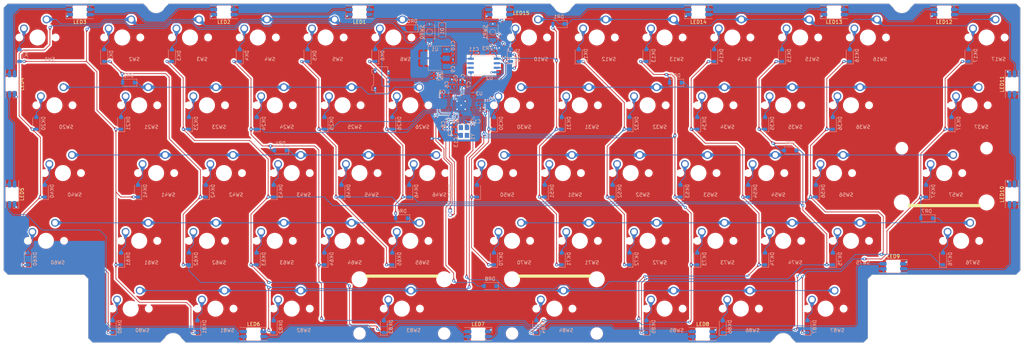
<source format=kicad_pcb>
(kicad_pcb (version 20221018) (generator pcbnew)
  (layers (0 "F.Cu" signal) (31 "B.Cu" signal) (34 "B.Paste" user) (35 "F.Paste" user) (36 "B.SilkS" user "B.Silkscreen") (37 "F.SilkS" user "F.Silkscreen") (38 "B.Mask" user) (39 "F.Mask" user) (44 "Edge.Cuts" user))
  (net 0 "")
  (net 1 "+3V3")
  (net 2 "GND")
  (net 3 "+1V1")
  (net 4 "+5V")
  (net 5 "/MCU/XIN")
  (net 6 "Net-(C13-Pad1)")
  (net 7 "/VDDLED")
  (net 8 "/P0")
  (net 9 "/P1")
  (net 10 "/P2")
  (net 11 "/P3")
  (net 12 "/P4")
  (net 13 "/P5")
  (net 14 "/P6")
  (net 15 "/P7")
  (net 16 "/P8")
  (net 17 "/MCU/USB_DN")
  (net 18 "/MCU/USB_DP")
  (net 19 "/MCU/SWC")
  (net 20 "/MCU/SWD")
  (net 21 "Net-(DK1-A)")
  (net 22 "Net-(DK2-A)")
  (net 23 "Net-(DK3-A)")
  (net 24 "Net-(DK4-A)")
  (net 25 "Net-(DK5-A)")
  (net 26 "Net-(DK6-A)")
  (net 27 "Net-(DK10-A)")
  (net 28 "Net-(DK12-A)")
  (net 29 "Net-(DK13-A)")
  (net 30 "Net-(DK14-A)")
  (net 31 "Net-(DK15-A)")
  (net 32 "Net-(DK16-A)")
  (net 33 "Net-(DK17-A)")
  (net 34 "Net-(DK20-A)")
  (net 35 "Net-(DK21-A)")
  (net 36 "Net-(DK23-A)")
  (net 37 "/LED")
  (net 38 "/MCU/MCU_DP")
  (net 39 "/MCU/MCU_DN")
  (net 40 "/MCU/QSPI_SS")
  (net 41 "/MCU/BOOTSEL")
  (net 42 "/MCU/XOUT")
  (net 43 "/MCU/RUN")
  (net 44 "/MCU/QSPI_D1")
  (net 45 "/MCU/QSPI_D2")
  (net 46 "/MCU/QSPI_D0")
  (net 47 "/MCU/QSPI_CLK")
  (net 48 "/MCU/QSPI_D3")
  (net 49 "Net-(DK24-A)")
  (net 50 "Net-(DK25-A)")
  (net 51 "Net-(DK26-A)")
  (net 52 "Net-(DK30-A)")
  (net 53 "Net-(DK31-A)")
  (net 54 "Net-(DK32-A)")
  (net 55 "Net-(DK34-A)")
  (net 56 "Net-(DK35-A)")
  (net 57 "Net-(DK36-A)")
  (net 58 "Net-(DK37-A)")
  (net 59 "Net-(DK40-A)")
  (net 60 "Net-(DK41-A)")
  (net 61 "Net-(DK42-A)")
  (net 62 "Net-(DK43-A)")
  (net 63 "Net-(DK45-A)")
  (net 64 "Net-(DK46-A)")
  (net 65 "Net-(DK50-A)")
  (net 66 "Net-(DK51-A)")
  (net 67 "Net-(DK52-A)")
  (net 68 "Net-(DK53-A)")
  (net 69 "Net-(DK54-A)")
  (net 70 "Net-(DK56-A)")
  (net 71 "Net-(DK57-A)")
  (net 72 "Net-(DK60-A)")
  (net 73 "Net-(DK61-A)")
  (net 74 "Net-(DK62-A)")
  (net 75 "Net-(DK63-A)")
  (net 76 "Net-(DK64-A)")
  (net 77 "Net-(DK65-A)")
  (net 78 "Net-(DK70-A)")
  (net 79 "Net-(DK71-A)")
  (net 80 "Net-(DK72-A)")
  (net 81 "Net-(DK73-A)")
  (net 82 "Net-(DK74-A)")
  (net 83 "Net-(DK75-A)")
  (net 84 "Net-(DK76-A)")
  (net 85 "Net-(DK80-A)")
  (net 86 "Net-(DK81-A)")
  (net 87 "Net-(DK82-A)")
  (net 88 "Net-(DK83-A)")
  (net 89 "Net-(DK84-A)")
  (net 90 "Net-(DK85-A)")
  (net 91 "Net-(DK86-A)")
  (net 92 "Net-(DK87-A)")
  (net 93 "Net-(DR0-K)")
  (net 94 "Net-(DR1-K)")
  (net 95 "Net-(DR2-K)")
  (net 96 "Net-(DR3-K)")
  (net 97 "Net-(DR4-K)")
  (net 98 "Net-(DR5-K)")
  (net 99 "Net-(DR6-K)")
  (net 100 "Net-(DR7-K)")
  (net 101 "Net-(DR8-K)")
  (net 103 "Net-(LED1-I)")
  (net 104 "Net-(LED2-I)")
  (net 105 "Net-(LED3-I)")
  (net 106 "Net-(LED4-I)")
  (net 107 "Net-(LED5-I)")
  (net 108 "Net-(LED6-I)")
  (net 109 "Net-(LED7-I)")
  (net 110 "Net-(LED8-I)")
  (net 111 "Net-(LED10-O)")
  (net 112 "Net-(LED10-I)")
  (net 113 "Net-(LED11-I)")
  (net 114 "Net-(LED12-I)")
  (net 115 "Net-(LED13-I)")
  (net 116 "Net-(LED14-I)")
  (footprint "SMKJP:SW_Cherry_MX1A_1.00u_PCB" (layer "F.Cu") (at 42.8625 19.05)
    (fp_text reference "SW23")
    (fp_text value "SW_Push_45deg" hide)
  )
  (footprint "SMKJP:SW_Cherry_MX1A_1.50u_PCB" (layer "F.Cu") (at 257.175 19.05)
    (fp_text reference "SW37")
    (fp_text value "SW_Push_45deg" hide)
  )
  (footprint "SMKJP:SW_Cherry_MX1A_1.00u_PCB" (layer "F.Cu") (at 219.075 38.1)
    (fp_text reference "SW56")
    (fp_text value "SW_Push_45deg" hide)
  )
  (footprint "SMKJP:SW_Cherry_MX1A_1.00u_PCB" (layer "F.Cu") (at 85.725 38.1)
    (fp_text reference "SW45")
    (fp_text value "SW_Push_45deg" hide)
  )
  (footprint "SMKJP:SW_Cherry_MX1A_1.00u_PCB" (layer "F.Cu") (at 38.1 0)
    (fp_text reference "SW3")
    (fp_text value "SW_Push_45deg" hide)
  )
  (footprint "SMKJP:SW_Cherry_MX1A_2.25u_PCB" (layer "F.Cu") (at 250.03125 38.1)
    (fp_text reference "SW57")
    (fp_text value "SW_Push_45deg" hide)
  )
  (footprint "SMKJP:SW_Cherry_MX1A_1.00u_PCB" (layer "F.Cu") (at 42.8625 57.15)
    (fp_text reference "SW62")
    (fp_text value "SW_Push_45deg" hide)
  )
  (footprint "SMKJP:SW_Cherry_MX1A_1.25u_PCB" (layer "F.Cu") (at 45.24375 76.2)
    (fp_text reference "SW81")
    (fp_text value "SW_Push_45deg" hide)
  )
  (footprint "SMKJP:SW_Cherry_MX1A_1.00u_PCB" (layer "F.Cu") (at 228.6 0)
    (fp_text reference "SW16")
    (fp_text value "SW_Push_45deg" hide)
  )
  (footprint "SMKJP:SW_Cherry_MX1A_1.00u_PCB" (layer "F.Cu") (at 128.5875 19.05)
    (fp_text reference "SW30")
    (fp_text value "SW_Push_45deg" hide)
  )
  (footprint "SMKJP:SW_Cherry_MX1A_1.00u_PCB" (layer "F.Cu") (at 171.45 76.2)
    (fp_text reference "SW85")
    (fp_text value "SW_Push_45deg" hide)
  )
  (footprint "SMKJP:SW_Cherry_MX1A_1.00u_PCB" (layer "F.Cu") (at 171.45 0)
    (fp_text reference "SW13")
    (fp_text value "SW_Push_45deg" hide)
  )
  (footprint "SMKJP:SW_Cherry_MX1A_1.00u_PCB" (layer "F.Cu") (at 128.5875 57.15)
    (fp_text reference "SW70")
    (fp_text value "SW_Push_45deg" hide)
  )
  (footprint "keyswitches:Stabilizer_MX_2u" (layer "F.Cu") (at 97.63125 76.2 180)
    (fp_text reference "REF**" hide)
    (fp_text value "Stabilizer_MX_2u" hide)
  )
  (footprint "SMKJP:SW_Cherry_MX1A_1.00u_PCB" (layer "F.Cu") (at 185.7375 57.15)
    (fp_text reference "SW73")
    (fp_text value "SW_Push_45deg" hide)
  )
  (footprint "SMKJP:SW_Cherry_MX1A_1.00u_PCB" (layer "F.Cu") (at 190.5 0)
    (fp_text reference "SW14")
    (fp_text value "SW_Push_45deg" hide)
  )
  (footprint "SMKJP:SW_Cherry_MX1A_1.00u_PCB" (layer "F.Cu") (at 223.8375 19.05)
    (fp_text reference "SW36")
    (fp_text value "SW_Push_45deg" hide)
  )
  (footprint "SMKJP:SW_Cherry_MX1A_1.00u_PCB" (layer "F.Cu") (at 223.8375 57.15)
    (fp_text reference "SW75")
    (fp_text value "SW_Push_45deg" hide)
  )
  (footprint "SMKJP:SW_Cherry_MX1A_1.00u_PCB" (layer "F.Cu") (at 166.6875 19.05)
    (fp_text reference "SW32")
    (fp_text value "SW_Push_45deg" hide)
  )
  (footprint "SMKJP:SW_Cherry_MX1A_1.00u_PCB" (layer "F.Cu") (at 185.7375 19.05)
    (fp_text reference "SW34")
    (fp_text value "SW_Push_45deg" hide)
  )
  (footprint "SMKJP:SW_Cherry_MX1A_1.00u_PCB" (layer "F.Cu") (at 147.6375 57.15)
    (fp_text reference "SW71")
    (fp_text value "SW_Push_45deg" hide)
  )
  (footprint "SMKJP:SW_Cherry_MX1A_1.00u_PCB" (layer "F.Cu") (at -4.7625 0)
    (fp_text reference "SW1")
    (fp_text value "SW_Push_45deg" hide)
  )
  (footprint "SMKJP:SW_Cherry_MX1A_1.00u_PCB" (layer "F.Cu") (at 166.6875 57.15)
    (fp_text reference "SW72")
    (fp_text value "SW_Push_45deg" hide)
  )
  (footprint "SMKJP:SW_Cherry_MX1A_1.00u_PCB" (layer "F.Cu") (at 66.675 76.2)
    (fp_text reference "SW82")
    (fp_text value "SW_Push_45deg" hide)
  )
  (footprint "keyswitches:Stabilizer_MX_2u" (layer "F.Cu") (at 250.03125 38.1)
    (fp_text reference "REF**" hide)
    (fp_text value "Stabilizer_MX_2u" hide)
  )
  (footprint "SMKJP:SW_Cherry_MX1A_1.00u_PCB" (layer "F.Cu") (at 47.625 38.1)
    (fp_text reference "SW42")
    (fp_text value "SW_Push_45deg" hide)
  )
  (footprint "SMKJP:SW_Cherry_MX1A_1.25u_PCB" (layer "F.Cu") (at 216.69375 76.2)
    (fp_text reference "SW87")
    (fp_text value "SW_Push_45deg" hide)
  )
  (footprint "SMKJP:SW_Cherry_MX1A_1.00u_PCB" (layer "F.Cu") (at 61.9125 57.15)
    (fp_text reference "SW63")
    (fp_text value "SW_Push_45deg" hide)
  )
  (footprint "SMKJP:SW_Cherry_MX1A_1.00u_PCB" (layer "F.Cu") (at 104.775 38.1)
    (fp_text reference "SW46")
    (fp_text value "SW_Push_45deg" hide)
  )
  (footprint "SMKJP:SW_Cherry_MX1A_1.00u_PCB" (layer "F.Cu") (at 28.575 38.1)
    (fp_text reference "SW41")
    (fp_text value "SW_Push_45deg" hide)
  )
  (footprint "SMKJP:SW_Cherry_MX1A_1.00u_PCB" (layer "F.Cu") (at 152.4 0)
    (fp_text reference "SW12")
    (fp_text value "SW_Push_45deg" hide)
  )
  (footprint "SMKJP:SW_Cherry_MX1A_1.00u_PCB" (layer "F.Cu") (at 200.025 38.1)
    (fp_text reference "SW54")
    (fp_text value "SW_Push_45deg" hide)
  )
  (footprint "keyswitches:Stabilizer_MX_2u" (layer "F.Cu") (at 140.49375 76.2 180)
    (fp_text reference "REF**" hide)
    (fp_text value "Stabilizer_MX_2u" hide)
  )
  (footprint "SMKJP:SW_Cherry_MX1A_1.00u_PCB" (layer "F.Cu") (at 61.9125 19.05)
    (fp_text reference "SW24")
    (fp_text value "SW_Push_45deg" hide)
  )
  (footprint "SMKJP:SW_Cherry_MX1A_1.00u_PCB" (layer "F.Cu") (at 100.0125 57.15)
    (fp_text reference "SW65")
    (fp_text value "SW_Push_45deg" hide)
  )
  (footprint "SMKJP:SW_Cherry_MX1A_1.00u_PCB" (layer "F.Cu") (at 142.875 38.1)
    (fp_text reference "SW51")
    (fp_text value "SW_Push_45deg" hide)
  )
  (footprint "SMKJP:SW_Cherry_MX1A_1.00u_PCB" (layer "F.Cu") (at 19.05 0)
    (fp_text reference "SW2")
    (fp_text value "SW_Push_45deg" hide)
  )
  (footprint "SMKJP:SW_Cherry_MX1A_1.00u_PCB" (layer "F.Cu") (at 261.9375 0)
    (fp_text reference "SW17")
    (fp_text value "SW_Push_45deg" hide)
  )
  (footprint "SMKJP:SW_Cherry_MX1A_2.25u_PCB" (layer "F.Cu") (at 140.49375 76.2)
    (fp_text reference "SW84")
    (fp_text value "SW_Push_45deg" hide)
  )
  (footprint "SMKJP:SW_Cherry_MX1A_1.00u_PCB" (layer "F.Cu") (at 66.675 38.1)
    (fp_text reference "SW43")
    (fp_text value "SW_Push_45deg" hide)
  )
  (footprint "SMKJP:SW_Cherry_MX1A_1.25u_PCB" (layer "F.Cu") (at 192.88125 76.2)
    (fp_text reference "SW86")
    (fp_text value "SW_Push_45deg" hide)
  )
  (footprint "SMKJP:SW_Cherry_MX1A_1.00u_PCB" (layer "F.Cu") (at 100.0125 19.05)
    (fp_text reference "SW26")
    (fp_text value "SW_Push_45deg" hide)
  )
  (footprint "SMKJP:SW_Cherry_MX1A_1.00u_PCB" (layer "F.Cu") (at 23.8125 57.15)
    (fp_text reference "SW61")
    (fp_text value "SW_Push_45deg" hide)
  )
  (footprint "SMKJP:SW_Cherry_MX1A_1.00u_PCB" (layer "F.Cu") (at 161.925 38.1)
    (fp_text reference "SW52")
    (fp_text value "SW_Push_45deg" hide)
  )
  (footprint "SMKJP:SW_Cherry_MX1A_1.00u_PCB" (layer "F.Cu") (at 80.9625 19.05)
    (fp_text reference "SW25")
    (fp_text value "SW_Push_45deg" hide)
  )
  (footprint "SMKJP:SW_Cherry_MX1A_1.00u_PCB" (layer "F.Cu") (at 57.15 0)
    (fp_text reference "SW4")
    (fp_text value "SW_Push_45deg" hide)
  )
  (footprint "SMKJP:SW_Cherry_MX1A_1.00u_PCB" (layer "F.Cu") (at 23.8125 19.05)
    (fp_text reference "SW21")
    (fp_text value "SW_Push_45deg" hide)
  )
  (footprint "SMKJP:SW_Cherry_MX1A_1.25u_PCB" (layer "F.Cu") (at -2.38125 57.15)
    (fp_text reference "SW60")
    (fp_text value "SW_Push_45deg" hide)
  )
  (footprint "SMKJP:SW_Cherry_MX1A_1.00u_PCB" (layer "F.Cu") (at 95.25 0)
    (fp_text reference "SW6")
    (fp_text value "SW_Push_45deg" hide)
  )
  (footprint "SMKJP:SW_Cherry_MX1A_1.50u_PCB" (layer "F.Cu") (at 0 19.05)
    (fp_text reference "SW20")
    (fp_text value "SW_Push_45deg" hide)
  )
  (footprint "SMKJP:SW_Cherry_MX1A_1.75u_PCB" (layer "F.Cu") (at 2.38125 38.1)
    (fp_text reference "SW40")
    (fp_text value "SW_Push_45deg" hide)
  )
  (footprint "SMKJP:SW_Cherry_MX1A_1.00u_PCB" (layer "F.Cu") (at 123.825 38.1)
    (fp_text reference "SW50")
    (fp_text value "SW_Push_45deg" hide)
  )
  (footprint "SMKJP:SW_Cherry_MX1A_1.00u_PCB" (layer "F.Cu") (at 76.2 0)
    (fp_text reference "SW5")
    (fp_text value "SW_Push_45deg" hide)
  )
  (footprint "SMKJP:SW_Cherry_MX1A_1.00u_PCB" (layer "F.Cu") (at 204.7875 57.15)
    (fp_text reference "SW74")
    (fp_text value "SW_Push_45deg" hide)
  )
  (footprint "SMKJP:SW_Cherry_MX1A_1.75u_PCB" (layer "F.Cu") (at 254.79375 57.15)
    (fp_text reference "SW76")
    (fp_text value "SW_Push_45deg" hide)
  )
  (footprint "SMKJP:SW_Cherry_MX1A_1.00u_PCB" (layer "F.Cu") (at 180.975 38.1)
    (fp_text reference "SW53")
    (fp_text value "SW_Push_45deg" hide)
  )
  (footprint "SMKJP:SW_Cherry_MX1A_1.00u_PCB" (layer "F.Cu") (at 204.7875 19.05)
    (fp_text reference "SW35")
    (fp_text value "SW_Push_45deg" hide)
  )
  (footprint "SMKJP:SW_Cherry_MX1A_1.25u_PCB" (layer "F.Cu") (at 21.43125 76.2)
    (fp_text reference "SW80")
    (fp_text value "SW_Push_45deg" hide)
  )
  (footprint "SMKJP:SW_Cherry_MX1A_2.25u_PCB" (layer "F.Cu") (at 97.63125 76.2)
    (fp_text reference "SW83")
    (fp_text value "SW_Push_45deg" hide)
  )
  (footprint "SMKJP:SW_Cherry_MX1A_1.00u_PCB" (layer "F.Cu") (at 133.35 0)
    (fp_text reference "SW10")
    (fp_text value "SW_Push_45deg" hide)
  )
  (footprint "SMKJP:SW_Cherry_MX1A_1.00u_PCB" (layer "F.Cu") (at 147.6375 19.05)
    (fp_text reference "SW31")
    (fp_text value "SW_Push_45deg" hide)
  )
  (footprint "SMKJP:SW_Cherry_MX1A_1.00u_PCB" (layer "F.Cu") (at 80.9625 57.15)
    (fp_text reference "SW64")
    (fp_text value "SW_Push_45deg" hide)
  )
  (footprint "SMKJP:SW_Cherry_MX1A_1.00u_PCB" (layer "F.Cu") (at 209.55 0)
    (fp_text reference "SW15")
    (fp_text value "SW_Push_45deg" hide)
  )
  (footprint "Diode_SMD:D_SOD-123" (layer "B.Cu") (at 123.507499 24.13 90)
    (fp_text reference "DK30")
    (fp_text value "D_Small")
  )
  (footprint "kbd:YS-SK6812MINI-E_rev" (layer "B.Cu") (at 269.08125 13.096875 90)
    (fp_text reference "LED11")
    (fp_text value "YS-SK6812MINI-E-Small")
  )
  (footprint "Diode_SMD:D_SOD-123" (layer "B.Cu") (at 71.12 5.08 90)
    (fp_text reference "DK5")
    (fp_text value "D_Small")
  )
  (footprint "Diode_SMD:D_SOD-123" (layer "B.Cu") (at 161.6075 24.13 90)
    (fp_text reference "DK32")
    (fp_text value "D_Small")
  )
  (footprint "Diode_SMD:D_SOD-123" (layer "B.Cu") (at 245.11 50.8 180)
    (fp_text reference "DR7")
    (fp_text value "D_Small")
  )
  (footprint "Diode_SMD:D_SOD-123" (layer "B.Cu") (at 135.41375 81.28 90)
    (fp_text reference "DK84")
    (fp_text value "D_Small")
  )
  (footprint "Diode_SMD:D_SOD-123" (layer "B.Cu") (at -7.46125 62.23 90)
    (fp_text reference "DK60")
    (fp_text value "D_Small")
  )
  (footprint "Diode_SMD:D_SOD-123" (layer "B.Cu") (at 211.613749 81.28 90)
    (fp_text reference "DK87")
    (fp_text value "D_Small")
  )
  (footprint "Diode_SMD:D_SOD-123" (layer "B.Cu") (at 142.5575 62.23 90)
    (fp_text reference "DK71")
    (fp_text value "D_Small")
  )
  (footprint "Diode_SMD:D_SOD-123" (layer "B.Cu") (at 256.8575 5.08 90)
    (fp_text reference "DK17")
    (fp_text value "D_Small")
  )
  (footprint "Diode_SMD:D_SOD-123" (layer "B.Cu") (at 180.6575 24.13 90)
    (fp_text reference "DK34")
    (fp_text value "D_Small")
  )
  (footprint "Diode_SMD:D_SOD-123" (layer "B.Cu") (at 137.795 43.18 90)
    (fp_text reference "DK51")
    (fp_text value "D_Small")
  )
  (footprint "Diode_SMD:D_SOD-123" (layer "B.Cu") (at 218.7575 62.23 90)
    (fp_text reference "DK75")
    (fp_text value "D_Small")
  )
  (footprint "Diode_SMD:D_SOD-123" (layer "B.Cu") (at -5.08 24.13 90)
    (fp_text reference "DK20")
    (fp_text value "D_Small")
  )
  (footprint "Diode_SMD:D_SOD-123" (layer "B.Cu") (at 40.16375 81.28 90)
    (fp_text reference "DK81")
    (fp_text value "D_Small")
  )
  (footprint "Package_SO:SOIC-8_5.23x5.23mm_P1.27mm" (layer "B.Cu") (at 120.65 7.874 180)
    (fp_text reference "U2")
    (fp_text value "W25Q128JVS")
  )
  (footprint "Diode_SMD:D_SOD-123" (layer "B.Cu") (at 194.945 43.18 90)
    (fp_text reference "DK54")
    (fp_text value "D_Small")
  )
  (footprint "Diode_SMD:D_SOD-123" (layer "B.Cu") (at 249.71375 62.23 90)
    (fp_text reference "DK76")
    (fp_text value "D_Small")
  )
  (footprint "Diode_SMD:D_SOD-123" (layer "B.Cu") (at 13.97 5.08 90)
    (fp_text reference "DK2")
    (fp_text value "D_Small")
  )
  (footprint "Diode_SMD:D_SOD-123" (layer "B.Cu") (at 142.5575 24.13 90)
    (fp_text reference "DK31")
    (fp_text value "D_Small")
  )
  (footprint "kbd:YS-SK6812MINI-E_rev" (layer "B.Cu") (at 47.625 -7.14375 180)
    (fp_text reference "LED2")
    (fp_text value "YS-SK6812MINI-E-Small")
  )
  (footprint "kbd:YS-SK6812MINI-E_rev" (layer "B.Cu") (at 7.14375 -7.14375 180)
    (fp_text reference "LED3")
    (fp_text value "YS-SK6812MINI-E-Small")
  )
  (footprint "Capacitor_SMD:C_0402_1005Metric" (layer "B.Cu") (at 120.142 19.05)
    (fp_text reference "C1")
    (fp_text value "0.1u")
  )
  (footprint "Diode_SMD:D_SOD-123" (layer "B.Cu") (at 56.8325 62.23 90)
    (fp_text reference "DK63")
    (fp_text value "D_Small")
  )
  (footprint "Diode_SMD:D_SOD-123" (layer "B.Cu") (at 244.95125 43.18 90)
    (fp_text reference "DK57")
    (fp_text value "D_Small")
  )
  (footprint "kbd:YS-SK6812MINI-E_rev" (layer "B.Cu") (at 250.03125 -7.14375 180)
    (fp_text reference "LED12")
    (fp_text value "YS-SK6812MINI-E-Small")
  )
  (footprint "Package_TO_SOT_SMD:SOT-223-3_TabPin2" (layer "B.Cu") (at 106.934 5.842 180)
    (fp_text reference "U1")
    (fp_text value "AMS1117")
  )
  (footprint "kbd:YS-SK6812MINI-E_rev" (layer "B.Cu") (at 219.075 -7.14375 180)
    (fp_text reference "LED13")
    (fp_text value "YS-SK6812MINI-E-Small")
  )
  (footprint "kbd:YS-SK6812MINI-E_rev" (layer "B.Cu") (at 119.0625 83.34375)
    (fp_text reference "LED7")
    (fp_text value "YS-SK6812MINI-E-Small")
  )
  (footprint "Diode_SMD:D_SOD-123" (layer "B.Cu") (at 99.695 43.18 90)
    (fp_text reference "DK46")
    (fp_text value "D_Small")
  )
  (footprint "ADeL_kbd:TS-1088R-02026" (layer "B.Cu") (at 123.19 -1.524 -90)
    (fp_text reference "SWR1")
    (fp_text value "SW_Push")
  )
  (footprint "Diode_SMD:D_SOD-123" (layer "B.Cu") (at 99.822 -2.54 180)
    (fp_text reference "DR0")
    (fp_text value "D_Small")
  )
  (footprint "Diode_SMD:D_SOD-123" (layer "B.Cu") (at 33.02 5.08 90)
    (fp_text reference "DK3")
    (fp_text value "D_Small")
  )
  (footprint "Diode_SMD:D_SOD-123" (layer "B.Cu") (at 20.828 12.7 180)
    (fp_text reference "DR2")
    (fp_text value "D_Small")
  )
  (footprint "Resistor_SMD:R_0402_1005Metric" (layer "B.Cu") (at 122.428 4.318)
    (fp_text reference "R3")
    (fp_text value "1k")
  )
  (footprint "Diode_SMD:D_SOD-123" (layer "B.Cu") (at 166.37 81.28 90)
    (fp_text reference "DK85")
    (fp_text value "D_Small")
  )
  (footprint "Diode_SMD:D_SOD-123" (layer "B.Cu") (at 61.595 81.28 90)
    (fp_text reference "DK82")
    (fp_text value "D_Small")
  )
  (footprint "Diode_SMD:D_SOD-123" (layer "B.Cu") (at 94.9325 24.13 90)
    (fp_text reference "DK26")
    (fp_text value "D_Small")
  )
  (footprint "Diode_SMD:D_SOD-123" (layer "B.Cu") (at 18.7325 24.13 90)
    (fp_text reference "DK21")
    (fp_text value "D_Small")
  )
  (footprint "Diode_SMD:D_SOD-123" (layer "B.Cu") (at 185.42 5.08 90)
    (fp_text reference "DK14")
    (fp_text value "D_Small")
  )
  (footprint "Capacitor_SMD:C_0402_1005Metric" (layer "B.Cu") (at 112.014 4.572 90)
    (fp_text reference "C10")
    (fp_text value "10u")
  )
  (footprint "Capacitor_SMD:C_0402_1005Metric" (layer "B.Cu") (at 114.046 13.208 90)
    (fp_text reference "C4")
    (fp_text value "0.1u")
  )
  (footprint "ADeL_kbd:TS-1088R-02026" (layer "B.Cu") (at 105.41 -1.524 -90)
    (fp_text reference "SWR0")
    (fp_text value "SW_Push")
  )
  (footprint "kbd:YS-SK6812MINI-E_rev" (layer "B.Cu") (at 180.975 -7.14375 180)
    (fp_text reference "LED14")
    (fp_text value "YS-SK6812MINI-E-Small")
  )
  (footprint "kbd:YS-SK6812MINI-E_rev" (layer "B.Cu") (at 182.165625 83.34375)
    (fp_text reference "LED8")
    (fp_text value "YS-SK6812MINI-E-Small")
  )
  (footprint "kbd:YS-SK6812MINI-E_rev" (layer "B.Cu") (at -11.90625 44.053125 -90)
    (fp_text reference "LED5")
    (fp_text value "YS-SK6812MINI-E-Small")
  )
  (footprint "Diode_SMD:D_SOD-123" (layer "B.Cu") (at 206.756 31.75 180)
    (fp_text reference "DR5")
    (fp_text value "D_Small")
  )
  (footprint "Diode_SMD:D_SOD-123" (layer "B.Cu") (at 147.32 5.08 90)
    (fp_text reference "DK12")
    (fp_text value "D_Small")
  )
  (footprint "Capacitor_SMD:C_0402_1005Metric" (layer "B.Cu") (at 117.856 4.318)
    (fp_text reference "C11")
    (fp_text value "0.1u")
  )
  (footprint "Diode_SMD:D_SOD-123" (layer "B.Cu") (at 122.428 69.85 180)
    (fp_text reference "DR8")
    (fp_text value "D_Small")
  )
  (footprint "Diode_SMD:D_SOD-123" (layer "B.Cu") (at 156.845 43.18 90)
    (fp_text reference "DK52")
    (fp_text value "D_Small")
  )
  (footprint "Diode_SMD:D_SOD-123" (layer "B.Cu") (at 37.7825 62.23 90)
    (fp_text reference "DK62")
    (fp_text value "D_Small")
  )
  (footprint "Capacitor_SMD:C_0402_1005Metric" (layer "B.Cu") (at 110.3 25.146 -90)
    (fp_text reference "C8")
    (fp_text value "0.1u")
  )
  (footprint "Diode_SMD:D_SOD-123" (layer "B.Cu") (at 141.732 -3.81 180)
    (fp_text reference "DR1")
    (fp_text value "D_Small")
  )
  (footprint "Connector_PinSocket_1.27mm:PinSocket_1x02_P1.27mm_Vertical" (layer "B.Cu") (at 111.227 48.651 180)
    (fp_text reference "J2")
    (fp_text value "Conn_01x02")
  )
  (footprint "kbd:YS-SK6812MINI-E_rev" (layer "B.Cu") (at 85.725 -7.14375 180)
    (fp_text reference "LED1")
    (fp_text value "YS-SK6812MINI-E-Small")
  )
  (footprint "Capacitor_SMD:C_0402_1005Metric" (layer "B.Cu") (at 115.57 23.7)
    (fp_text reference "C12")
    (fp_text value "27p")
  )
  (footprint "Diode_SMD:D_SOD-123" (layer "B.Cu") (at 94.9325 62.23 90)
    (fp_text reference "DK65")
    (fp_text value "D_Small")
  )
  (footprint "Diode_SMD:D_SOD-123" (layer "B.Cu") (at 199.7075 62.23 90)
    (fp_text reference "DK74")
    (fp_text value "D_Small")
  )
  (footprint "kbd:YS-SK6812MINI-E_rev" (layer "B.Cu") (at 235.74375 64.29375)
    (fp_text reference "LED9")
    (fp_text value "YS-SK6812MINI-E-Small")
  )
  (footprint "Capacitor_SMD:C_0402_1005Metric" (layer "B.Cu") (at 112.776 27.178 -90)
    (fp_text reference "C13")
    (fp_text value "27p")
  )
  (footprint "Capacitor_SMD:C_0402_1005Metric" (layer "B.Cu") (at 111.252 13.208 90)
    (fp_text reference "C6")
    (fp_text value "1u")
  )
  (footprint "Diode_SMD:D_SOD-123" (layer "B.Cu") (at 23.495 43.18 90)
    (fp_text reference "DK41")
    (fp_text value "D_Small")
  )
  (footprint "Capacitor_SMD:C_0402_1005Metric" (layer "B.Cu") (at 111.76 25.146 -90)
    (fp_text reference "C2")
    (fp_text value "0.1u")
  )
  (footprint "Diode_SMD:D_SOD-123" (layer "B.Cu") (at 75.8825 62.23 90)
    (fp_text reference "DK64")
    (fp_text value "D_Small")
  )
  (footprint "Diode_SMD:D_SOD-123" (layer "B.Cu") (at 199.7075 24.13 90)
    (fp_text reference "DK35")
    (fp_text value "D_Small")
  )
  (footprint "Diode_SMD:D_SOD-123" (layer "B.Cu") (at 174.498 12.7 180)
    (fp_text reference "DR3")
    (fp_text value "D_Small")
  )
  (footprint "Diode_SMD:D_SOD-123" (layer "B.Cu") (at 128.269999 5.08 90)
    (fp_text reference "DK10")
    (fp_text value "D_Small")
  )
  (footprint "Diode_SMD:D_SOD-123" (layer "B.Cu") (at 213.995 43.18 90)
    (fp_text reference "DK56")
    (fp_text value "D_Small")
  )
  (footprint "kbd:YS-SK6812MINI-E_rev" (layer "B.Cu") (at 269.08125 44.053125 90)
    (fp_text reference "LED10")
    (fp_text value "YS-SK6812MINI-E-Small")
  )
  (footprint "Diode_SMD:D_SOD-123" (layer "B.Cu") (at 90.17 5.08 90)
    (fp_text reference "DK6")
    (fp_text value "D_Small")
  )
  (footprint "Diode_SMD:D_SOD-123" (layer "B.Cu") (at 61.595 43.18 90)
    (fp_text reference "DK43")
    (fp_text value "D_Small")
  )
  (footprint "Diode_SMD:D_SOD-123" (layer "B.Cu") (at 18.7325 62.23 90)
    (fp_text reference "DK61")
    (fp_text value "D_Small")
  )
  (footprint "Diode_SMD:D_SOD-123" (layer "B.Cu") (at 97.536 50.8 180)
    (fp_text reference "DR6")
    (fp_text value "D_Small")
  )
  (footprint "Diode_SMD:D_SOD-123" (layer "B.Cu") (at 42.545 43.18 90)
    (fp_text reference "DK42")
    (fp_text value "D_Small")
  )
  (footprint "Resistor_SMD:R_0402_1005Metric" (layer "B.Cu") (at 123.952 3.81 -90)
    (fp_text reference "R4")
    (fp_text value "1k")
  )
  (footprint "Diode_SMD:D_SOD-123" (layer "B.Cu") (at 223.52 5.08 90)
    (fp_text reference "DK16")
    (fp_text value "D_Small")
  )
  (footprint "Diode_SMD:D_SOD-123" (layer "B.Cu") (at 16.35125 81.28 90)
    (fp_text reference "DK80")
    (fp_text value "D_Small")
  )
  (footprint "Diode_SMD:D_SOD-123" (layer "B.Cu") (at -9.8425 5.08 90)
    (fp_text reference "DK1")
    (fp_text value "D_Small")
  )
  (footprint "kbd:YS-SK6812MINI-E_rev" (layer "B.Cu") (at 55.959375 83.34375)
    (fp_text reference "LED6")
    (fp_text value "YS-SK6812MINI-E-Small")
  )
  (footprint "Diode_SMD:D_SOD-123" (layer "B.Cu") (at 63.5 31.75 180)
    (fp_text reference "DR4")
    (fp_text value "D_Small")
  )
  (footprint "Diode_SMD:D_SOD-123" (layer "B.Cu") (at 80.645 43.18 90)
    (fp_text reference "DK45")
    (fp_text value "D_Small")
  )
  (footprint "Capacitor_SMD:C_0402_1005Metric" (layer "B.Cu") (at 112.268 13.208 90)
    (fp_text reference "C5")
    (fp_text value "1u")
  )
  (footprint "Resistor_SMD:R_0402_1005Metric" (layer "B.Cu") (at 106.6165 11.303)
    (fp_text reference "R2")
    (fp_text value "22")
  )
  (footprint "kbd:YS-SK6812MINI-E_rev" (layer "B.Cu") (at 125.015625 -7.14375 180)
    (fp_text reference "LED15")
    (fp_text value "YS-SK6812MINI-E-Small")
  )
  (footprint "ADeL_kbd:Pico-EZmate" (layer "B.Cu") (at 89.69375 11.90625 90)
    (fp_text reference "J1" hide)
    (fp_text value "Conn_01x04_MountingPin")
  )
  (footprint "Capacitor_SMD:C_0402_1005Metric" (layer "B.Cu") (at 108.966 16.51 180)
    (fp_text reference "C3")
    (fp_text value "0.1u")
  )
  (footprint "Diode_SMD:D_SOD-123" (layer "B.Cu") (at 161.6075 62.23 90)
    (fp_text reference "DK72")
    (fp_text value "D_Small")
  )
  (footprint "kbd:YS-SK6812MINI-E_rev" (layer "B.Cu") (at -11.90625 13.096875 -90)
    (fp_text reference "LED4")
    (fp_text value "YS-SK6812MINI-E-Small")
  )
  (footprint "Diode_SMD:D_SOD-123" (layer "B.Cu") (at 175.895 43.18 90)
    (fp_text reference "DK53")
    (fp_text value "D_Small")
  )
  (footprint "Package_DFN_QFN:QFN-56-1EP_7x7mm_P0.4mm_EP3.2x3.2mm" (layer "B.Cu") (at 114.3 19.05 180)
    (fp_text reference "U3")
    (fp_text value "RP2040_QFN_56")
  )
  (footprint "Diode_SMD:D_SOD-123" (layer "B.Cu") (at 166.37 5.08 90)
    (fp_text reference "DK13")
    (fp_text value "D_Small")
  )
  (footprint "Capacitor_SMD:C_0402_1005Metric" (layer "B.Cu") (at 112.014 7.112 90)
    (fp_text reference "C9")
    (fp_text value "10u")
  )
  (footprint "Diode_SMD:D_SOD-123" (layer "B.Cu") (at 52.07 5.08 90)
    (fp_text reference "DK4")
    (fp_text value "D_Small")
  )
  (footprint "Diode_SMD:D_SOD-123" (layer "B.Cu") (at 180.6575 62.23 90)
    (fp_text reference "DK73")
    (fp_text value "D_Small")
  )
  (footprint "Diode_SMD:D_SOD-123" (layer "B.Cu") (at 37.7825 24.13 90)
    (fp_text reference "DK23")
    (fp_text value "D_Small")
  )
  (footprint "Diode_SMD:D_SOD-123" (layer "B.Cu") (at 75.8825 24.13 90)
    (fp_text reference "DK25")
    (fp_text value "D_Small")
  )
  (footprint "Diode_SMD:D_SOD-123" (layer "B.Cu") (at 187.80125 81.28 90)
    (fp_text reference "DK86")
    (fp_text value "D_Small")
  )
  (footprint "Capacitor_SMD:C_0402_1005Metric" (layer "B.Cu") (at 115.3 13.208 90)
    (fp_text reference "C7")
    (fp_text value "0.1u")
  )
  (footprint "Diode_SMD:D_SOD-123" (layer "B.Cu") (at 108.966 -1.778 -90)
    (fp_text reference "D1")
    (fp_text value "D_Small")
  )
  (footprint "Diode_SMD:D_SOD-123" (layer "B.Cu") (at 123.507499 62.23 90)
    (fp_text reference "DK70")
    (fp_text value "D_Small")
  )
  (footprint "Crystal:Crystal_SMD_3225-4Pin_3.2x2.5mm" (layer "B.Cu") (at 115.062 26.416 -90)
    (fp_text reference "Y1")
    (fp_text value "12M")
  )
  (footprint "Diode_SMD:D_SOD-123" (layer "B.Cu") (at 218.7575 24.13 90)
    (fp_text reference "DK36")
    (fp_text value "D_Small")
  )
  (footprint "Resistor_SMD:R_0402_1005Metric" (layer "B.Cu") (at 106.6165 10.16 180)
    (fp_text reference "R1")
    (fp_text value "22")
  )
  (footprint "Diode_SMD:D_SOD-123" (layer "B.Cu") (at 56.8325 24.13 90)
    (fp_text reference "DK24")
    (fp_text value "D_Small")
  )
  (footprint "Diode_SMD:D_SOD-123" (layer "B.Cu") (at 118.745 43.18 90)
    (fp_text reference "DK50")
    (fp_text value "D_Small")
  )
  (footprint "Diode_SMD:D_SOD-123" (layer "B.Cu") (at 204.47 5.08 90)
    (fp_text reference "DK15")
    (fp_text value "D_Small")
  )
  (footprint "Diode_SMD:D_SOD-123" (layer "B.Cu") (at 252.095 24.13 90)
    (fp_text reference "DK37")
    (fp_text value "D_Small")
  )
  (footprint "Diode_SMD:D_SOD-123" (layer "B.Cu") (at -2.69875 43.18 90)
    (fp_text reference "DK40")
    (fp_text value "D_Small")
  )
  (footprint "Resistor_SMD:R_0402_1005Metric" (layer "B.Cu") (at 112.776 25.146 -90)
    (fp_text reference "R5")
    (fp_text value "1k")
  )
  (footprint "Diode_SMD:D_SOD-123" (layer "B.Cu") (at 92.55125 81.28 90)
    (fp_text reference "DK83")
    (fp_text value "D_Small")
  )
  (gr_line (start 145.25625 -8.334375) (end 146.446875 -9.525) (stroke (width 0.1)) (layer "Edge.Cuts"))
  (gr_line (start 241.696875 -9.525) (end 240.50625 -8.334375) (stroke (width 0.1)) (layer "Edge.Cuts"))
  (gr_line (start 201.215625 85.725) (end 202.40625 84.534375) (stroke (width 0.1)) (layer "Edge.Cuts"))
  (gr_line (start 8.334375 66.675) (end -13.096875 66.675) (stroke (width 0.1)) (layer "Edge.Cuts"))
  (gr_line (start 32.146875 -9.525) (end 139.303125 -9.525) (stroke (width 0.1)) (layer "Edge.Cuts"))
  (gr_line (start 270.271875 66.675) (end 229.790625 66.675) (stroke (width 0.1)) (layer "Edge.Cuts"))
  (gr_line (start 140.49375 -8.334375) (end 139.303125 -9.525) (stroke (width 0.1)) (layer "Edge.Cuts"))
  (gr_line (start 228.6 84.534375) (end 227.409375 85.725) (stroke (width 0.1)) (layer "Edge.Cuts"))
  (gr_line (start 229.790625 66.675) (end 228.6 67.865625) (stroke (width 0.1)) (layer "Edge.Cuts"))
  (gr_line (start 241.696875 -9.525) (end 270.271875 -9.525) (stroke (width 0.1)) (layer "Edge.Cuts"))
  (gr_line (start 29.765625 85.725) (end 30.95625 84.534375) (stroke (width 0.1)) (layer "Edge.Cuts"))
  (gr_arc (start 30.95625 -8.334375) (mid 28.575 -6.862682) (end 26.19375 -8.334375) (stroke (width 0.1)) (layer "Edge.Cuts"))
  (gr_line (start 35.71875 84.534375) (end 36.909375 85.725) (stroke (width 0.1)) (layer "Edge.Cuts"))
  (gr_line (start 228.6 67.865625) (end 228.6 84.534375) (stroke (width 0.1)) (layer "Edge.Cuts"))
  (gr_arc (start 202.40625 84.534375) (mid 204.7875 83.062682) (end 207.16875 84.534375) (stroke (width 0.1)) (layer "Edge.Cuts"))
  (gr_line (start -14.2875 65.484375) (end -14.2875 -8.334375) (stroke (width 0.1)) (layer "Edge.Cuts"))
  (gr_arc (start 30.95625 84.534375) (mid 33.3375 83.062682) (end 35.71875 84.534375) (stroke (width 0.1)) (layer "Edge.Cuts"))
  (gr_line (start 9.525 67.865625) (end 8.334375 66.675) (stroke (width 0.1)) (layer "Edge.Cuts"))
  (gr_line (start 29.765625 85.725) (end 10.715625 85.725) (stroke (width 0.1)) (layer "Edge.Cuts"))
  (gr_line (start 271.4625 -8.334375) (end 271.4625 65.484375) (stroke (width 0.1)) (layer "Edge.Cuts"))
  (gr_line (start 146.446875 -9.525) (end 234.553125 -9.525) (stroke (width 0.1)) (layer "Edge.Cuts"))
  (gr_line (start 25.003125 -9.525) (end 26.19375 -8.334375) (stroke (width 0.1)) (layer "Edge.Cuts"))
  (gr_line (start 234.553125 -9.525) (end 235.74375 -8.334375) (stroke (width 0.1)) (layer "Edge.Cuts"))
  (gr_line (start 270.271875 -9.525) (end 271.4625 -8.334375) (stroke (width 0.1)) (layer "Edge.Cuts"))
  (gr_line (start 271.4625 65.484375) (end 270.271875 66.675) (stroke (width 0.1)) (layer "Edge.Cuts"))
  (gr_line (start 201.215625 85.725) (end 36.909375 85.725) (stroke (width 0.1)) (layer "Edge.Cuts"))
  (gr_arc (start 240.50625 -8.334375) (mid 238.125 -6.862682) (end 235.74375 -8.334375) (stroke (width 0.1)) (layer "Edge.Cuts"))
  (gr_line (start 10.715625 85.725) (end 9.525 84.534375) (stroke (width 0.1)) (layer "Edge.Cuts"))
  (gr_arc (start 145.25625 -8.334375) (mid 142.875 -6.862682) (end 140.49375 -8.334375) (stroke (width 0.1)) (layer "Edge.Cuts"))
  (gr_line (start 207.16875 84.534375) (end 208.359375 85.725) (stroke (width 0.1)) (layer "Edge.Cuts"))
  (gr_line (start -13.096875 -9.525) (end 25.003125 -9.525) (stroke (width 0.1)) (layer "Edge.Cuts"))
  (gr_line (start 227.409375 85.725) (end 208.359375 85.725) (stroke (width 0.1)) (layer "Edge.Cuts"))
  (gr_line (start -13.096875 66.675) (end -14.2875 65.484375) (stroke (width 0.1)) (layer "Edge.Cuts"))
  (gr_line (start 30.95625 -8.334375) (end 32.146875 -9.525) (stroke (width 0.1)) (layer "Edge.Cuts"))
  (gr_line (start -14.2875 -8.334375) (end -13.096875 -9.525) (stroke (width 0.1)) (layer "Edge.Cuts"))
  (gr_line (start 9.525 84.534375) (end 9.525 67.865625) (stroke (width 0.1)) (layer "Edge.Cuts"))
  (segment (start 122.4915 2.54) (end 124.6505 2.54) (width 0.2) (layer "F.Cu") (net 1))
  (segment (start 129.2225 4.826) (end 129.7305 5.334) (width 0.2) (layer "F.Cu") (net 1))
  (segment (start 129.7305 5.334) (end 129.7305 8.128) (width 0.2) (layer "F.Cu") (net 1))
  (segment (start 124.6505 2.54) (end 125.0315 2.921) (width 0.2) (layer "F.Cu") (net 1))
  (segment (start 129.7305 8.128) (end 129.2225 8.636) (width 0.2) (layer "F.Cu") (net 1))
  (via (at 125.0315 2.921) (size 0.8) (drill 0.4) (layers "F.Cu" "B.Cu") (net 1))
  (via (at 122.4915 2.54) (size 0.8) (drill 0.4) (layers "F.Cu" "B.Cu") (net 1))
  (via (at 129.2225 8.636) (size 0.8) (drill 0.4) (layers "F.Cu" "B.Cu") (net 1))
  (via (at 129.2225 4.826) (size 0.8) (drill 0.4) (layers "F.Cu" "B.Cu") (net 1))
  (segment (start 125.0315 2.921) (end 126.9365 4.826) (width 0.2) (layer "B.Cu") (net 1))
  (segment (start 117.376 4.798) (end 117.05 5.124) (width 0.25) (layer "B.Cu") (net 1))
  (segment (start 109.506 16.45) (end 109.446 16.51) (width 0.2) (layer "B.Cu") (net 1))
  (segment (start 113.792 14.732) (end 113.792 13.942) (width 0.2) (layer "B.Cu") (net 1))
  (segment (start 112.027 23.923) (end 111.76 24.19) (width 0.2) (layer "B.Cu") (net 1))
  (segment (start 117.376 4.318) (end 117.376 4.798) (width 0.25) (layer "B.Cu") (net 1))
  (segment (start 111.224 5.842) (end 112.014 5.052) (width 0.25) (layer "B.Cu") (net 1))
  (segment (start 117.05 5.124) (end 117.05 5.969) (width 0.25) (layer "B.Cu") (net 1))
  (segment (start 110.8625 16.45) (end 109.506 16.45) (width 0.2) (layer "B.Cu") (net 1))
  (segment (start 113.7 15.6125) (end 113.7 14.824) (width 0.2) (layer "B.Cu") (net 1))
  (segment (start 117.05 5.969) (end 115.697 5.969) (width 0.25) (layer "B.Cu") (net 1))
  (segment (start 113.7 14.824) (end 113.792 14.732) (width 0.2) (layer "B.Cu") (net 1))
  (segment (start 110.084 5.842) (end 111.224 5.842) (width 0.25) (layer "B.Cu") (net 1))
  (segment (start 114.1 15.04) (end 113.792 14.732) (width 0.2) (layer "B.Cu") (net 1))
  (segment (start 113.792 13.942) (end 114.046 13.688) (width 0.2) (layer "B.Cu") (net 1))
  (segment (start 129.2225 8.636) (end 128.2065 8.636) (width 0.2) (layer "B.Cu") (net 1))
  (segment (start 114.1 23.45) (end 113.627 23.923) (width 0.2) (layer "B.Cu") (net 1))
  (segment (start 111.76 24.19) (end 111.76 24.666) (width 0.2) (layer "B.Cu") (net 1))
  (segment (start 113.627 23.923) (end 112.027 23.923) (width 0.2) (layer "B.Cu") (net 1))
  (segment (start 109.5 16.456) (end 109.446 16.51) (width 0.25) (layer "B.Cu") (net 1))
  (segment (start 128.2065 8.636) (end 127.9525 8.89) (width 0.2) (layer "B.Cu") (net 1))
  (segment (start 114.1 22.4875) (end 114.1 23.45) (width 0.2) (layer "B.Cu") (net 1))
  (segment (start 126.9365 4.826) (end 129.2225 4.826) (width 0.2) (layer "B.Cu") (net 1))
  (segment (start 114.1 15.6125) (end 114.1 15.04) (width 0.2) (layer "B.Cu") (net 1))
  (segment (start 122.809 9.779) (end 124.46 9.779) (width 0.2) (layer "F.Cu") (net 2))
  (via (at 114.046 11.938) (size 0.8) (drill 0.4) (layers "F.Cu" "B.Cu") (net 2))
  (via (at 185.7375 82.169) (size 0.8) (drill 0.4) (layers "F.Cu" "B.Cu") (net 2))
  (via (at 120.65 19.812) (size 0.6) (drill 0.3) (layers "F.Cu" "B.Cu") (net 2))
  (via (at 115.443 17.907) (size 0.8) (drill 0.4) (layers "F.Cu" "B.Cu") (net 2))
  (via (at 58.7375 82.169) (size 0.8) (drill 0.4) (layers "F.Cu" "B.Cu") (net 2))
  (via (at 122.6185 82.169) (size 0.8) (drill 0.4) (layers "F.Cu" "B.Cu") (net 2))
  (via (at 82.2325 -5.969) (size 0.8) (drill 0.4) (layers "F.Cu" "B.Cu") (net 2))
  (via (at 215.5825 -5.969) (size 0.8) (drill 0.4) (layers "F.Cu" "B.Cu") (net 2))
  (via (at 267.9065 40.513) (size 0.8) (drill 0.4) (layers "F.Cu" "B.Cu") (net 2))
  (via (at 110.236 3.302) (size 0.6) (drill 0.3) (layers "F.Cu" "B.Cu") (net 2))
  (via (at 115.443 20.193) (size 0.8) (drill 0.4) (layers "F.Cu" "B.Cu") (net 2))
  (via (at 90.1065 9.652) (size 0.8) (drill 0.4) (layers "F.Cu" "B.Cu") (net 2))
  (via (at 115.3265 12.134382) (size 0.8) (drill 0.4) (layers "F.Cu" "B.Cu") (net 2))
  (via (at 111.76 27.432) (size 0.6) (drill 0.3) (layers "F.Cu" "B.Cu") (net 2))
  (via (at 121.4755 -5.969) (size 0.8) (drill 0.4) (layers "F.Cu" "B.Cu") (net 2))
  (via (at 105.41 -3.81) (size 0.6) (drill 0.3) (layers "F.Cu" "B.Cu") (net 2))
  (via (at 122.809 9.779) (size 0.6) (drill 0.3) (layers "F.Cu" "B.Cu") (net 2))
  (via (at 123.19 -3.81) (size 0.8) (drill 0.4) (layers "F.Cu" "B.Cu") (net 2))
  (via (at 44.1325 -5.969) (size 0.8) (drill 0.4) (layers "F.Cu" "B.Cu") (net 2))
  (via (at -10.7315 47.625) (size 0.8) (drill 0.4) (layers "F.Cu" "B.Cu") (net 2))
  (via (at 114.3 19.05) (size 0.8) (drill 0.4) (layers "F.Cu" "B.Cu") (net 2))
  (via (at 3.6195 -5.969) (size 0.8) (drill 0.4) (layers "F.Cu" "B.Cu") (net 2))
  (via (at 106 28.4) (size 0.8) (drill 0.4) (layers "F.Cu" "B.Cu") (net 2))
  (via (at 119.126 4.318) (size 0.6) (drill 0.3) (layers "F.Cu" "B.Cu") (net 2))
  (via (at 112.014 6.096) (size 0.6) (drill 0.3) (layers "F.Cu" "B.Cu") (net 2))
  (via (at 177.4825 -5.969) (size 0.8) (drill 0.4) (layers "F.Cu" "B.Cu") (net 2))
  (via (at 113.157 20.193) (size 0.8) (drill 0.4) (layers "F.Cu" "B.Cu") (net 2))
  (via (at 108.3 28.4) (size 0.8) (drill 0.4) (layers "F.Cu" "B.Cu") (net 2))
  (via (at 113.157 17.907) (size 0.8) (drill 0.4) (layers "F.Cu" "B.Cu") (net 2))
  (via (at 111.7 11.8) (size 0.8) (drill 0.4) (layers "F.Cu" "B.Cu") (net 2))
  (via (at 267.9065 9.652) (size 0.8) (drill 0.4) (layers "F.Cu" "B.Cu") (net 2))
  (via (at 108.966 15.367) (size 0.6) (drill 0.3) (layers "F.Cu" "B.Cu") (net 2))
  (via (at 239.3315 63.119) (size 0.8) (drill 0.4) (layers "F.Cu" "B.Cu") (net 2))
  (via (at 116.84 23.622) (size 0.6) (drill 0.3) (layers "F.Cu" "B.Cu") (net 2))
  (via (at 109.22 25.654) (size 0.6) (drill 0.3) (layers "F.Cu" "B.Cu") (net 2))
  (via (at 90.1065 14.224) (size 0.8) (drill 0.4) (layers "F.Cu" "B.Cu") (net 2))
  (via (at 246.5705 -5.969) (size 0.8) (drill 0.4) (layers "F.Cu" "B.Cu") (net 2))
  (via (at 93.86875 9.512) (size 0.8) (drill 0.4) (layers "F.Cu" "B.Cu") (net 2))
  (via (at -10.7315 16.637) (size 0.8) (drill 0.4) (layers "F.Cu" "B.Cu") (net 2))
  (segment (start 111.252 12.728) (end 111.728 12.728) (width 0.2) (layer "B.Cu") (net 2))
  (segment (start 118.336 4.318) (end 119.126 4.318) (width 0.2) (layer "B.Cu") (net 2))
  (segment (start 124.25 9.779) (end 122.809 9.779) (width 0.2) (layer "B.Cu") (net 2))
  (segment (start 111.986 27.658) (end 111.76 27.432) (width 0.2) (layer "B.Cu") (net 2))
  (segment (start 115.3 22.4875) (end 115.3 22.95) (width 0.2) (layer "B.Cu") (net 2))
  (segment (start 110.3 25.626) (end 109.248 25.626) (width 0.2) (layer "B.Cu") (net 2))
  (segment (start 111.76 25.626) (end 111.76 27.432) (width 0.2) (layer "B.Cu") (net 2))
  (segment (start 90.09375 8.95625) (end 90.09375 9.63925) (width 0.2) (layer "B.Cu") (net 2))
  (segment (start 111.728 12.728) (end 112.268 12.728) (width 0.2) (layer "B.Cu") (net 2))
  (segment (start 112.014 6.096) (end 112.014 6.632) (width 0.2) (layer "B.Cu") (net 2))
  (segment (start 108.966 15.367) (end 108.486 15.847) (width 0.2) (layer "B.Cu") (net 2))
  (segment (start 120.65 19.078) (end 120.622 19.05) (width 0.2) (layer "B.Cu") (net 2))
  (segment (start 120.65 19.812) (end 120.65 19.078) (width 0.2) (layer "B.Cu") (net 2))
  (segment (start 108.486 15.847) (end 108.486 16.51) (width 0.2) (layer "B.Cu") (net 2))
  (segment (start 116.84 23.622) (end 116.128 23.622) (width 0.2) (layer "B.Cu") (net 2))
  (segment (start 112.014 4.092) (end 111.464 3.542) (width 0.2) (layer "B.Cu") (net 2))
  (segment (start 111.7 11.8) (end 111.728 11.828) (width 0.2) (layer "B.Cu") (net 2))
  (segment (start 109.248 25.626) (end 109.22 25.654) (width 0.2) (layer "B.Cu") (net 2))
  (segment (start 111.464 3.542) (end 110.084 3.542) (width 0.2) (layer "B.Cu") (net 2))
  (segment (start 108.3 28.4) (end 106 28.4) (width 0.2) (layer "B.Cu") (net 2))
  (segment (start 90.09375 9.63925) (end 90.1065 9.652) (width 0.2) (layer "B.Cu") (net 2))
  (segment (start 93.86875 10.10625) (end 93.86875 9.512) (width 0.2) (layer "B.Cu") (net 2))
  (segment (start 116.128 23.622) (end 116.05 23.7) (width 0.2) (layer "B.Cu") (net 2))
  (segment (start 115.3 22.95) (end 116.05 23.7) (width 0.2) (layer "B.Cu") (net 2))
  (segment (start 90.09375 14.23675) (end 90.1065 14.224) (width 0.2) (layer "B.Cu") (net 2))
  (segment (start 114.046 11.938) (end 114.046 12.728) (width 0.2) (layer "B.Cu") (net 2))
  (segment (start 90.09375 14.85625) (end 90.09375 14.23675) (width 0.2) (layer "B.Cu") (net 2))
  (segment (start 112.776 27.658) (end 111.986 27.658) (width 0.2) (layer "B.Cu") (net 2))
  (segment (start 111.728 11.828) (end 111.728 12.728) (width 0.2) (layer "B.Cu") (net 2))
  (segment (start 114.046 16.764) (end 112.522 16.764) (width 0.2) (layer "F.Cu") (net 3))
  (segment (start 114.563 14.487) (end 114.554 14.496) (width 0.2) (layer "F.Cu") (net 3))
  (segment (start 114.554 14.496) (end 114.554 16.256) (width 0.2) (layer "F.Cu") (net 3))
  (segment (start 114.554 16.256) (end 114.046 16.764) (width 0.2) (layer "F.Cu") (net 3))
  (via (at 112.522 16.764) (size 0.6) (drill 0.3) (layers "F.Cu" "B.Cu") (net 3))
  (via (at 114.563 14.487) (size 0.6) (drill 0.3) (layers "F.Cu" "B.Cu") (net 3))
  (segment (start 112.5 16.742) (end 112.522 16.764) (width 0.2) (layer "B.Cu") (net 3))
  (segment (start 113.7 22.4875) (end 113.7 23.25) (width 0.2) (layer "B.Cu") (net 3))
  (segment (start 110.3 24.05) (end 110.3 24.666) (width 0.2) (layer "B.Cu") (net 3))
  (segment (start 114.563 14.487) (end 114.7 14.35) (width 0.2) (layer "B.Cu") (net 3))
  (segment (start 114.7 14.35) (end 114.7 13.85) (width 0.2) (layer "B.Cu") (net 3))
  (segment (start 112.5 14.45) (end 112.268 14.218) (width 0.2) (layer "B.Cu") (net 3))
  (segment (start 113.7 22.4875) (end 113.7 21.2) (width 0.2) (layer "B.Cu") (net 3))
  (segment (start 114.7 13.85) (end 114.862 13.688) (width 0.2) (layer "B.Cu") (net 3))
  (segment (start 112.268 14.218) (end 112.268 13.688) (width 0.2) (layer "B.Cu") (net 3))
  (segment (start 112.5 15.6125) (end 112.5 16.742) (width 0.2) (layer "B.Cu") (net 3))
  (segment (start 114.5 14.55) (end 114.563 14.487) (width 0.2) (layer "B.Cu") (net 3))
  (segment (start 112.5 15.6125) (end 112.5 14.45) (width 0.2) (layer "B.Cu") (net 3))
  (segment (start 114.862 13.688) (end 115.3 13.688) (width 0.2) (layer "B.Cu") (net 3))
  (segment (start 114.5 15.6125) (end 114.5 14.55) (width 0.2) (layer "B.Cu") (net 3))
  (segment (start 113.354 23.596) (end 110.754 23.596) (width 0.2) (layer "B.Cu") (net 3))
  (segment (start 113.7 23.25) (end 113.354 23.596) (width 0.2) (layer "B.Cu") (net 3))
  (segment (start 110.754 23.596) (end 110.3 24.05) (width 0.2) (layer "B.Cu") (net 3))
  (segment (start 110.997 -0.128) (end 108.966 -0.128) (width 0.25) (layer "B.Cu") (net 4))
  (segment (start 92.7735 3.048) (end 100.3935 3.048) (width 0.2) (layer "B.Cu") (net 4))
  (segment (start 93.86875 13.70625) (end 92.38275 13.70625) (width 0.2) (layer "B.Cu") (net 4))
  (segment (start 111.464 8.142) (end 112.014 7.592) (width 0.25) (layer "B.Cu") (net 4))
  (segment (start 92.0115 13.335) (end 92.0115 3.81) (width 0.2) (layer "B.Cu") (net 4))
  (segment (start 107.1235 -0.128) (end 108.966 -0.128) (width 0.2) (layer "B.Cu") (net 4))
  (segment (start 103.8225 -0.381) (end 106.8705 -0.381) (width 0.2) (layer "B.Cu") (net 4))
  (segment (start 112.014 7.592) (end 112.55 7.592) (width 0.25) (layer "B.Cu") (net 4))
  (segment (start 106.8705 -0.381) (end 107.1235 -0.128) (width 0.2) (layer "B.Cu") (net 4))
  (segment (start 112.8 1.675) (end 110.997 -0.128) (width 0.25) (layer "B.Cu") (net 4))
  (segment (start 100.3935 3.048) (end 103.8225 -0.381) (width 0.2) (layer "B.Cu") (net 4))
  (segment (start 112.55 7.592) (end 112.8 7.342) (width 0.25) (layer "B.Cu") (net 4))
  (segment (start 112.8 7.342) (end 112.8 1.675) (width 0.25) (layer "B.Cu") (net 4))
  (segment (start 110.084 8.142) (end 111.464 8.142) (width 0.25) (layer "B.Cu") (net 4))
  (segment (start 92.38275 13.70625) (end 92.0115 13.335) (width 0.2) (layer "B.Cu") (net 4))
  (segment (start 92.0115 3.81) (end 92.7735 3.048) (width 0.2) (layer "B.Cu") (net 4))
  (segment (start 115.09 24.04) (end 115.09 23.7) (width 0.2) (layer "B.Cu") (net 5))
  (segment (start 115.09 23.7) (end 115.09 23.24) (width 0.2) (layer "B.Cu") (net 5))
  (segment (start 114.9 23.05) (end 114.9 22.4875) (width 0.2) (layer "B.Cu") (net 5))
  (segment (start 115.912 24.462) (end 115.7 24.25) (width 0.2) (layer "B.Cu") (net 5))
  (segment (start 115.7 24.25) (end 115.3 24.25) (width 0.2) (layer "B.Cu") (net 5))
  (segment (start 115.912 25.316) (end 115.912 24.462) (width 0.2) (layer "B.Cu") (net 5))
  (segment (start 115.09 23.24) (end 114.9 23.05) (width 0.2) (layer "B.Cu") (net 5))
  (segment (start 115.3 24.25) (end 115.09 24.04) (width 0.2) (layer "B.Cu") (net 5))
  (segment (start 113.314 27.236) (end 113.594 27.516) (width 0.2) (layer "B.Cu") (net 6))
  (segment (start 113.314 26.864) (end 113.314 27.236) (width 0.2) (layer "B.Cu") (net 6))
  (segment (start 112.776 26.698) (end 113.148 26.698) (width 0.2) (layer "B.Cu") (net 6))
  (segment (start 113.594 27.516) (end 114.212 27.516) (width 0.2) (layer "B.Cu") (net 6))
  (segment (start 113.148 26.698) (end 113.314 26.864) (width 0.2) (layer "B.Cu") (net 6))
  (segment (start 112.776 26.698) (end 112.776 25.656) (width 0.2) (layer "B.Cu") (net 6))
  (segment (start 108.966 -3.428) (end 108.966 -6.604) (width 0.2) (layer "B.Cu") (net 7))
  (segment (start -9.906 22.096) (end -6.222 25.78) (width 0.2) (layer "F.Cu") (net 8))
  (segment (start -2.794 3.556) (end -8.89 3.556) (width 0.2) (layer "F.Cu") (net 8))
  (segment (start 122.048 15.874) (end 127.128 10.794) (width 0.2) (layer "F.Cu") (net 8))
  (segment (start -3.936 44.83) (end -3.936 28.066) (width 0.2) (layer "F.Cu") (net 8))
  (segment (start 127.128 1.398) (end 127.128 6.73) (width 0.2) (layer "F.Cu") (net 8))
  (segment (start -8.762 64.644) (end -8.762 63.88) (width 0.2) (layer "F.Cu") (net 8))
  (segment (start -8.128 65.278) (end -8.762 64.644) (width 0.2) (layer "F.Cu") (net 8))
  (segment (start -8.89 3.556) (end -9.906 4.572) (width 0.2) (layer "F.Cu") (net 8))
  (segment (start 117.222 34.162) (end 117.222 44.83) (width 0.2) (layer "F.Cu") (net 8))
  (segment (start 15.112 66.166) (end 14.224 65.278) (width 0.2) (layer "F.Cu") (net 8))
  (segment (start -1.27 -2.794) (end -1.27 2.032) (width 0.2) (layer "F.Cu") (net 8))
  (segment (start 122.048 15.874) (end 122.048 25.78) (width 0.2) (layer "F.Cu") (net 8))
  (segment (start 15.112 82.93) (end 15.112 66.166) (width 0.2) (layer "F.Cu") (net 8))
  (segment (start -8.762 49.656) (end -3.936 44.83) (width 0.2) (layer "F.Cu") (net 8))
  (segment (start 124.968 -0.762) (end 127.128 1.398) (width 0.2) (layer "F.Cu") (net 8))
  (segment (start 117.222 44.83) (end 117.222 59.054) (width 0.2) (layer "F.Cu") (net 8))
  (segment (start 122.048 29.336) (end 117.222 34.162) (width 0.2) (layer "F.Cu") (net 8))
  (segment (start 117.222 59.054) (end 122.048 63.88) (width 0.2) (layer "F.Cu") (net 8))
  (segment (start -1.27 2.032) (end -2.794 3.556) (width 0.2) (layer "F.Cu") (net 8))
  (segment (start 127.128 10.794) (end 127.128 6.73) (width 0.2) (layer "F.Cu") (net 8))
  (segment (start 14.224 65.278) (end -8.128 65.278) (width 0.2) (layer "F.Cu") (net 8))
  (segment (start -8.762 63.88) (end -8.762 49.656) (width 0.2) (layer "F.Cu") (net 8))
  (segment (start -9.906 4.572) (end -9.906 22.096) (width 0.2) (layer "F.Cu") (net 8))
  (segment (start -3.936 28.066) (end -6.222 25.78) (width 0.2) (layer "F.Cu") (net 8))
  (segment (start 122.048 25.78) (end 122.048 29.336) (width 0.2) (layer "F.Cu") (net 8))
  (via (at 122.048 25.78) (size 0.8) (drill 0.4) (layers "F.Cu" "B.Cu") (net 8))
  (via (at -3.936 44.83) (size 0.8) (drill 0.4) (layers "F.Cu" "B.Cu") (net 8))
  (via (at -8.762 63.88) (size 0.8) (drill 0.4) (layers "F.Cu" "B.Cu") (net 8))
  (via (at 122.048 63.88) (size 0.8) (drill 0.4) (layers "F.Cu" "B.Cu") (net 8))
  (via (at 127.128 6.73) (size 0.8) (drill 0.4) (layers "F.Cu" "B.Cu") (net 8))
  (via (at 15.112 82.93) (size 0.8) (drill 0.4) (layers "F.Cu" "B.Cu") (net 8))
  (via (at 117.222 44.83) (size 0.8) (drill 0.4) (layers "F.Cu" "B.Cu") (net 8))
  (via (at -1.27 -2.794) (size 0.8) (drill 0.4) (layers "F.Cu" "B.Cu") (net 8))
  (via (at -6.222 25.78) (size 0.8) (drill 0.4) (layers "F.Cu" "B.Cu") (net 8))
  (via (at 124.968 -0.762) (size 0.8) (drill 0.4) (layers "F.Cu" "B.Cu") (net 8))
  (segment (start 120.269 -2.286) (end 103.378 -2.286) (width 0.2) (layer "B.Cu") (net 8))
  (segment (start 78.486 -3.048) (end 89.154 -3.048) (width 0.2) (layer "B.Cu") (net 8))
  (segment (start 97.79 -2.54) (end 98.172 -2.54) (width 0.2) (layer "B.Cu") (net 8))
  (segment (start 121.793 -0.762) (end 120.269 -2.286) (width 0.2) (layer "B.Cu") (net 8))
  (segment (start 123.507499 63.88) (end 122.048 63.88) (width 0.2) (layer "B.Cu") (net 8))
  (segment (start 60.452 -3.556) (end 61.468 -4.572) (width 0.2) (layer "B.Cu") (net 8))
  (segment (start 76.962 -4.572) (end 78.486 -3.048) (width 0.2) (layer "B.Cu") (net 8))
  (segment (start 52.578 -4.572) (end 57.912 -4.572) (width 0.2) (layer "B.Cu") (net 8))
  (segment (start 31.242 -3.048) (end 32.766 -4.572) (width 0.2) (layer "B.Cu") (net 8))
  (segment (start -2.69875 44.83) (end -3.936 44.83) (width 0.2) (layer "B.Cu") (net 8))
  (segment (start 32.766 -4.572) (end 38.608 -4.572) (width 0.2) (layer "B.Cu") (net 8))
  (segment (start -0.762 -3.302) (end 12.827 -3.302) (width 0.2) (layer "B.Cu") (net 8))
  (segment (start 61.468 -4.572) (end 76.962 -4.572) (width 0.2) (layer "B.Cu") (net 8))
  (segment (start 50.8 -2.794) (end 52.578 -4.572) (width 0.2) (layer "B.Cu") (net 8))
  (segment (start 14.097 -4.572) (end 19.812 -4.572) (width 0.2) (layer "B.Cu") (net 8))
  (segment (start 102.616 -1.524) (end 99.188 -1.524) (width 0.2) (layer "B.Cu") (net 8))
  (segment (start -5.08 25.78) (end -6.222 25.78) (width 0.2) (layer "B.Cu") (net 8))
  (segment (start 89.154 -3.048) (end 90.678 -4.572) (width 0.2) (layer "B.Cu") (net 8))
  (segment (start 99.188 -1.524) (end 98.172 -2.54) (width 0.2) (layer "B.Cu") (net 8))
  (segment (start 12.827 -3.302) (end 14.097 -4.572) (width 0.2) (layer "B.Cu") (net 8))
  (segment (start 122.048 20.956) (end 122.048 25.78) (width 0.2) (layer "B.Cu") (net 8))
  (segment (start 19.812 -4.572) (end 21.336 -3.048) (width 0.2) (layer "B.Cu") (net 8))
  (segment (start 118.745 44.83) (end 117.222 44.83) (width 0.2) (layer "B.Cu") (net 8))
  (segment (start -1.27 -2.794) (end -0.762 -3.302) (width 0.2) (layer "B.Cu") (net 8))
  (segment (start 90.678 -4.572) (end 95.758 -4.572) (width 0.2) (layer "B.Cu") (net 8))
  (segment (start 128.269999 6.73) (end 127.128 6.73) (width 0.2) (layer "B.Cu") (net 8))
  (segment (start 117.7375 20.45) (end 121.542 20.45) (width 0.2) (layer "B.Cu") (net 8))
  (segment (start 40.386 -2.794) (end 50.8 -2.794) (width 0.2) (layer "B.Cu") (net 8))
  (segment (start 57.912 -4.572) (end 58.928 -3.556) (width 0.2) (layer "B.Cu") (net 8))
  (segment (start 124.968 -0.762) (end 121.793 -0.762) (width 0.2) (layer "B.Cu") (net 8))
  (segment (start 16.35125 82.93) (end 15.112 82.93) (width 0.2) (layer "B.Cu") (net 8))
  (segment (start 121.542 20.45) (end 122.048 20.956) (width 0.2) (layer "B.Cu") (net 8))
  (segment (start 21.336 -3.048) (end 31.242 -3.048) (width 0.2) (layer "B.Cu") (net 8))
  (segment (start 95.758 -4.572) (end 97.79 -2.54) (width 0.2) (layer "B.Cu") (net 8))
  (segment (start -7.46125 63.88) (end -8.762 63.88) (width 0.2) (layer "B.Cu") (net 8))
  (segment (start 58.928 -3.556) (end 60.452 -3.556) (width 0.2) (layer "B.Cu") (net 8))
  (segment (start 123.507499 25.78) (end 122.048 25.78) (width 0.2) (layer "B.Cu") (net 8))
  (segment (start 103.378 -2.286) (end 102.616 -1.524) (width 0.2) (layer "B.Cu") (net 8))
  (segment (start 38.608 -4.572) (end 40.386 -2.794) (width 0.2) (layer "B.Cu") (net 8))
  (segment (start 121.412 21.082) (end 121.158 21.336) (width 0.2) (layer "F.Cu") (net 9))
  (segment (start 11.938 9.652) (end 11.938 20.446) (width 0.2) (layer "F.Cu") (net 9))
  (segment (start -8.51 6.73) (end 9.016 6.73) (width 0.2) (layer "F.Cu") (net 9))
  (segment (start 17.272 25.78) (end 17.272 43.434) (width 0.2) (layer "F.Cu") (net 9))
  (segment (start 17.272 63.88) (end 17.272 43.434) (width 0.2) (layer "F.Cu") (net 9))
  (segment (start 141.098 49.656) (end 141.098 63.88) (width 0.2) (layer "F.Cu") (net 9))
  (segment (start 126.238 5.842) (end 126.238 1.778) (width 0.2) (layer "F.Cu") (net 9))
  (segment (start 9.016 -2.158) (end 9.016 6.73) (width 0.2) (layer "F.Cu") (net 9))
  (segment (start 136.272 44.83) (end 136.272 30.606) (width 0.2) (layer "F.Cu") (net 9))
  (segment (start 136.272 30.606) (end 141.098 25.78) (width 0.2) (layer "F.Cu") (net 9))
  (segment (start 38.354 82.296) (end 38.988 82.93) (width 0.2) (layer "F.Cu") (net 9))
  (segment (start 140.082 -2.666) (end 141.098 -1.65) (width 0.2) (layer "F.Cu") (net 9))
  (segment (start 121.412 15.748) (end 121.412 21.082) (width 0.2) (layer "F.Cu") (net 9))
  (segment (start 23.876 74.422) (end 37.084 74.422) (width 0.2) (layer "F.Cu") (net 9))
  (segment (start 9.144 -2.286) (end 9.016 -2.158) (width 0.2) (layer "F.Cu") (net 9))
  (segment (start 17.272 67.818) (end 23.876 74.422) (width 0.2) (layer "F.Cu") (net 9))
  (segment (start 18.668 44.83) (end 17.272 43.434) (width 0.2) (layer "F.Cu") (net 9))
  (segment (start 126.238 6.858) (end 126.746 7.366) (width 0.2) (layer "F.Cu") (net 9))
  (segment (start 11.938 20.446) (end 17.272 25.78) (width 0.2) (layer "F.Cu") (net 9))
  (segment (start 141.098 25.78) (end 141.098 6.478) (width 0.2) (layer "F.Cu") (net 9))
  (segment (start 17.272 63.88) (end 17.272 67.818) (width 0.2) (layer "F.Cu") (net 9))
  (segment (start 136.272 44.83) (end 141.098 49.656) (width 0.2) (layer "F.Cu") (net 9))
  (segment (start 126.238 5.842) (end 126.238 6.858) (width 0.2) (layer "F.Cu") (net 9))
  (segment (start 9.016 6.73) (end 11.938 9.652) (width 0.2) (layer "F.Cu") (net 9))
  (segment (start 37.084 74.422) (end 38.354 75.692) (width 0.2) (layer "F.Cu") (net 9))
  (segment (start 126.746 7.366) (end 126.746 10.414) (width 0.2) (layer "F.Cu") (net 9))
  (segment (start 141.098 -1.65) (end 141.098 6.478) (width 0.2) (layer "F.Cu") (net 9))
  (segment (start 22.224 44.83) (end 18.668 44.83) (width 0.2) (layer "F.Cu") (net 9))
  (segment (start 38.354 75.692) (end 38.354 82.296) (width 0.2) (layer "F.Cu") (net 9))
  (segment (start 126.746 10.414) (end 121.412 15.748) (width 0.2) (layer "F.Cu") (net 9))
  (via (at -8.51 6.73) (size 0.8) (drill 0.4) (layers "F.Cu" "B.Cu") (net 9))
  (via (at 136.272 44.83) (size 0.8) (drill 0.4) (layers "F.Cu" "B.Cu") (net 9))
  (via (at 141.098 63.88) (size 0.8) (drill 0.4) (layers "F.Cu" "B.Cu") (net 9))
  (via (at 17.272 63.88) (size 0.8) (drill 0.4) (layers "F.Cu" "B.Cu") (net 9))
  (via (at 126.238 5.842) (size 0.8) (drill 0.4) (layers "F.Cu" "B.Cu") (net 9))
  (via (at 141.098 6.478) (size 0.8) (drill 0.4) (layers "F.Cu" "B.Cu") (net 9))
  (via (at 38.988 82.93) (size 0.8) (drill 0.4) (layers "F.Cu" "B.Cu") (net 9))
  (via (at 126.238 1.778) (size 0.8) (drill 0.4) (layers "F.Cu" "B.Cu") (net 9))
  (via (at 17.272 25.78) (size 0.8) (drill 0.4) (layers "F.Cu" "B.Cu") (net 9))
  (via (at 22.224 44.83) (size 0.8) (drill 0.4) (layers "F.Cu" "B.Cu") (net 9))
  (via (at 9.144 -2.286) (size 0.8) (drill 0.4) (layers "F.Cu" "B.Cu") (net 9))
  (via (at 141.098 25.78) (size 0.8) (drill 0.4) (layers "F.Cu" "B.Cu") (net 9))
  (via (at 140.082 -2.666) (size 0.8) (drill 0.4) (layers "F.Cu" "B.Cu") (net 9))
  (via (at 121.158 21.336) (size 0.8) (drill 0.4) (layers "F.Cu" "B.Cu") (net 9))
  (segment (start 23.495 44.83) (end 22.224 44.83) (width 0.2) (layer "B.Cu") (net 9))
  (segment (start 14.051448 -4.064) (end 12.781448 -2.794) (width 0.2) (layer "B.Cu") (net 9))
  (segment (start 57.912 -4.064) (end 52.578 -4.064) (width 0.2) (layer "B.Cu") (net 9))
  (segment (start 140.462 5.842) (end 141.098 6.478) (width 0.2) (layer "B.Cu") (net 9))
  (segment (start 60.452 -3.048) (end 58.928 -3.048) (width 0.2) (layer "B.Cu") (net 9))
  (segment (start 120.672 20.85) (end 121.158 21.336) (width 0.2) (layer "B.Cu") (net 9))
  (segment (start 103.124 -1.27) (end 103.124 -0.508) (width 0.2) (layer "B.Cu") (net 9))
  (segment (start 103.632 -1.778) (end 103.124 -1.27) (width 0.2) (layer "B.Cu") (net 9))
  (segment (start 121.666 27.178) (end 139.7 27.178) (width 0.2) (layer "B.Cu") (net 9))
  (segment (start 101.092 1.524) (end 99.314 1.524) (width 0.2) (layer "B.Cu") (net 9))
  (segment (start 137.795 44.83) (end 136.272 44.83) (width 0.2) (layer "B.Cu") (net 9))
  (segment (start 50.8 -2.286) (end 40.386 -2.286) (width 0.2) (layer "B.Cu") (net 9))
  (segment (start 94.996 -4.064) (end 90.678 -4.064) (width 0.2) (layer "B.Cu") (net 9))
  (segment (start 90.678 -4.064) (end 89.154 -2.54) (width 0.2) (layer "B.Cu") (net 9))
  (segment (start 89.154 -2.54) (end 78.486 -2.54) (width 0.2) (layer "B.Cu") (net 9))
  (segment (start 18.7325 63.88) (end 17.272 63.88) (width 0.2) (layer "B.Cu") (net 9))
  (segment (start 12.781448 -2.794) (end 9.652 -2.794) (width 0.2) (layer "B.Cu") (net 9))
  (segment (start 121.158 21.336) (end 121.158 26.67) (width 0.2) (layer "B.Cu") (net 9))
  (segment (start 31.242 -2.54) (end 21.336 -2.54) (width 0.2) (layer "B.Cu") (net 9))
  (segment (start 98.298 0.508) (end 98.298 -0.762) (width 0.2) (layer "B.Cu") (net 9))
  (segment (start 121.412 -0.254) (end 119.888 -1.778) (width 0.2) (layer "B.Cu") (net 9))
  (segment (start 139.7 27.178) (end 141.098 25.78) (width 0.2) (layer "B.Cu") (net 9))
  (segment (start 32.766 -4.064) (end 31.242 -2.54) (width 0.2) (layer "B.Cu") (net 9))
  (segment (start 40.386 -2.286) (end 38.608 -4.064) (width 0.2) (layer "B.Cu") (net 9))
  (segment (start 103.124 -0.508) (end 101.092 1.524) (width 0.2) (layer "B.Cu") (net 9))
  (segment (start 58.928 -3.048) (end 57.912 -4.064) (width 0.2) (layer "B.Cu") (net 9))
  (segment (start 19.812 -4.064) (end 14.051448 -4.064) (width 0.2) (layer "B.Cu") (net 9))
  (segment (start 52.578 -4.064) (end 50.8 -2.286) (width 0.2) (layer "B.Cu") (net 9))
  (segment (start 21.336 -2.54) (end 19.812 -4.064) (width 0.2) (layer "B.Cu") (net 9))
  (segment (start 78.486 -2.54) (end 76.962 -4.064) (width 0.2) (layer "B.Cu") (net 9))
  (segment (start -9.8425 6.73) (end -8.51 6.73) (width 0.2) (layer "B.Cu") (net 9))
  (segment (start 119.888 -1.778) (end 103.632 -1.778) (width 0.2) (layer "B.Cu") (net 9))
  (segment (start 18.7325 25.78) (end 17.272 25.78) (width 0.2) (layer "B.Cu") (net 9))
  (segment (start 124.206 -0.254) (end 121.412 -0.254) (width 0.2) (layer "B.Cu") (net 9))
  (segment (start 98.298 -0.762) (end 94.996 -4.064) (width 0.2) (layer "B.Cu") (net 9))
  (segment (start 126.238 5.842) (end 140.462 5.842) (width 0.2) (layer "B.Cu") (net 9))
  (segment (start 61.468 -4.064) (end 60.452 -3.048) (width 0.2) (layer "B.Cu") (net 9))
  (segment (start 99.314 1.524) (end 98.298 0.508) (width 0.2) (layer "B.Cu") (net 9))
  (segment (start 76.962 -4.064) (end 61.468 -4.064) (width 0.2) (layer "B.Cu") (net 9))
  (segment (start 126.238 1.778) (end 124.206 -0.254) (width 0.2) (layer "B.Cu") (net 9))
  (segment (start 9.652 -2.794) (end 9.144 -2.286) (width 0.2) (layer "B.Cu") (net 9))
  (segment (start 121.158 26.67) (end 121.666 27.178) (width 0.2) (layer "B.Cu") (net 9))
  (segment (start 142.5575 63.88) (end 141.098 63.88) (width 0.2) (layer "B.Cu") (net 9))
  (segment (start 40.16375 82.93) (end 38.988 82.93) (width 0.2) (layer "B.Cu") (net 9))
  (segment (start 140.082 -3.81) (end 140.082 -2.666) (width 0.2) (layer "B.Cu") (net 9))
  (segment (start 142.5575 25.78) (end 141.098 25.78) (width 0.2) (layer "B.Cu") (net 9))
  (segment (start 38.608 -4.064) (end 32.766 -4.064) (width 0.2) (layer "B.Cu") (net 9))
  (segment (start 117.7375 20.85) (end 120.672 20.85) (width 0.2) (layer "B.Cu") (net 9))
  (segment (start 41.02 37.21) (end 41.02 44.83) (width 0.2) (layer "F.Cu") (net 10))
  (segment (start 116.586 33.782) (end 120.65 29.718) (width 0.2) (layer "F.Cu") (net 10))
  (segment (start 36.194 49.656) (end 36.194 63.88) (width 0.2) (layer "F.Cu") (net 10))
  (segment (start 160.148 49.656) (end 160.148 63.88) (width 0.2) (layer "F.Cu") (net 10))
  (segment (start 32.258 28.448) (end 41.02 37.21) (width 0.2) (layer "F.Cu") (net 10))
  (segment (start 116.586 70.104) (end 116.586 33.782) (width 0.2) (layer "F.Cu") (net 10))
  (segment (start 15.62 6.73) (end 19.05 10.16) (width 0.2) (layer "F.Cu") (net 10))
  (segment (start 155.322 30.604) (end 160.146 25.78) (width 0.2) (layer "F.Cu") (net 10))
  (segment (start 155.322 44.83) (end 155.322 30.604) (width 0.2) (layer "F.Cu") (net 10))
  (segment (start 41.02 44.83) (end 36.194 49.656) (width 0.2) (layer "F.Cu") (net 10))
  (segment (start 120.65 29.718) (end 120.65 27.178) (width 0.2) (layer "F.Cu") (net 10))
  (segment (start 155.322 44.83) (end 160.148 49.656) (width 0.2) (layer "F.Cu") (net 10))
  (segment (start 160.146 25.78) (end 160.146 18.286) (width 0.2) (layer "F.Cu") (net 10))
  (segment (start 32.258 11.176) (end 32.258 28.448) (width 0.2) (layer "F.Cu") (net 10))
  (segment (start 160.146 18.286) (end 148.59 6.73) (width 0.2) (layer "F.Cu") (net 10))
  (segment (start 31.242 10.16) (end 32.258 11.176) (width 0.2) (layer "F.Cu") (net 10))
  (segment (start 19.05 10.16) (end 31.242 10.16) (width 0.2) (layer "F.Cu") (net 10))
  (segment (start 60.198 82.296) (end 60.198 70.231) (width 0.2) (layer "F.Cu") (net 10))
  (via (at 120.65 27.178) (size 0.8) (drill 0.4) (layers "F.Cu" "B.Cu") (net 10))
  (via (at 160.146 25.78) (size 0.8) (drill 0.4) (layers "F.Cu" "B.Cu") (net 10))
  (via (at 60.198 82.296) (size 0.8) (drill 0.4) (layers "F.Cu" "B.Cu") (net 10))
  (via (at 15.62 6.73) (size 0.8) (drill 0.4) (layers "F.Cu" "B.Cu") (net 10))
  (via (at 19.05 10.16) (size 0.8) (drill 0.4) (layers "F.Cu" "B.Cu") (net 10))
  (via (at 60.198 70.231) (size 0.8) (drill 0.4) (layers "F.Cu" "B.Cu") (net 10))
  (via (at 36.194 63.88) (size 0.8) (drill 0.4) (layers "F.Cu" "B.Cu") (net 10))
  (via (at 160.148 63.88) (size 0.8) (drill 0.4) (layers "F.Cu" "B.Cu") (net 10))
  (via (at 148.59 6.73) (size 0.8) (drill 0.4) (layers "F.Cu" "B.Cu") (net 10))
  (via (at 41.02 44.83) (size 0.8) (drill 0.4) (layers "F.Cu" "B.Cu") (net 10))
  (via (at 155.322 44.83) (size 0.8) (drill 0.4) (layers "F.Cu" "B.Cu") (net 10))
  (via (at 116.586 70.104) (size 0.8) (drill 0.4) (layers "F.Cu" "B.Cu") (net 10))
  (segment (start 102.108 70.612) (end 116.078 70.612) (width 0.2) (layer "B.Cu") (net 10))
  (segment (start 68.58 69.342) (end 69.85 69.342) (width 0.2) (layer "B.Cu") (net 10))
  (segment (start 116.078 70.612) (end 116.586 70.104) (width 0.2) (layer "B.Cu") (net 10))
  (segment (start 37.7825 65.4685) (end 41.148 68.834) (width 0.2) (layer "B.Cu") (net 10))
  (segment (start 19.05 10.922) (end 19.178 11.05) (width 0.2) (layer "B.Cu") (net 10))
  (segment (start 147.32 6.73) (end 148.59 6.73) (width 0.2) (layer "B.Cu") (net 10))
  (segment (start 19.05 10.16) (end 19.05 10.922) (width 0.2) (layer "B.Cu") (net 10))
  (segment (start 13.97 6.73) (end 15.62 6.73) (width 0.2) (layer "B.Cu") (net 10))
  (segment (start 98.298 70.612) (end 99.568 69.342) (width 0.2) (layer "B.Cu") (net 10))
  (segment (start 42.545 44.83) (end 41.02 44.83) (width 0.2) (layer "B.Cu") (net 10))
  (segment (start 60.198 70.231) (end 58.801 68.834) (width 0.2) (layer "B.Cu") (net 10))
  (segment (start 99.568 69.342) (end 100.838 69.342) (width 0.2) (layer "B.Cu") (net 10))
  (segment (start 161.6075 63.88) (end 160.148 63.88) (width 0.2) (layer "B.Cu") (net 10))
  (segment (start 60.198 70.231) (end 67.691 70.231) (width 0.2) (layer "B.Cu") (net 10))
  (segment (start 69.85 69.342) (end 71.12 70.612) (width 0.2) (layer "B.Cu") (net 10))
  (segment (start 60.832 82.93) (end 61.595 82.93) (width 0.2) (layer "B.Cu") (net 10))
  (segment (start 161.6075 25.78) (end 160.146 25.78) (width 0.2) (layer "B.Cu") (net 10))
  (segment (start 37.7825 63.88) (end 37.7825 65.4685) (width 0.2) (layer "B.Cu") (net 10))
  (segment (start 120.056 21.25) (end 120.65 21.844) (width 0.2) (layer "B.Cu") (net 10))
  (segment (start 120.65 27.178) (end 121.158 27.686) (width 0.2) (layer "B.Cu") (net 10))
  (segment (start 120.65 21.844) (end 120.65 27.178) (width 0.2) (layer "B.Cu") (net 10))
  (segment (start 100.838 69.342) (end 102.108 70.612) (width 0.2) (layer "B.Cu") (net 10))
  (segment (start 117.7375 21.25) (end 120.056 21.25) (width 0.2) (layer "B.Cu") (net 10))
  (segment (start 156.845 44.83) (end 155.322 44.83) (width 0.2) (layer "B.Cu") (net 10))
  (segment (start 71.12 70.612) (end 98.298 70.612) (width 0.2) (layer "B.Cu") (net 10))
  (segment (start 121.158 27.686) (end 158.24 27.686) (width 0.2) (layer "B.Cu") (net 10))
  (segment (start 60.198 82.296) (end 60.832 82.93) (width 0.2) (layer "B.Cu") (net 10))
  (segment (start 37.7825 63.88) (end 36.194 63.88) (width 0.2) (layer "B.Cu") (net 10))
  (segment (start 158.24 27.686) (end 160.146 25.78) (width 0.2) (layer "B.Cu") (net 10))
  (segment (start 67.691 70.231) (end 68.58 69.342) (width 0.2) (layer "B.Cu") (net 10))
  (segment (start 19.178 11.05) (end 19.178 12.7) (width 0.2) (layer "B.Cu") (net 10))
  (segment (start 58.801 68.834) (end 41.148 68.834) (width 0.2) (layer "B.Cu") (net 10))
  (segment (start 60.199 68.833) (end 55.246 63.88) (width 0.2) (layer "F.Cu") (net 11))
  (segment (start 55.246 49.656) (end 55.246 63.88) (width 0.2) (layer "F.Cu") (net 11))
  (segment (start 174.37 11.302) (end 174.37 27.56) (width 0.2) (layer "F.Cu") (net 11))
  (segment (start 178.942 63.88) (end 178.942 79.503) (width 0.2) (layer "F.Cu") (net 11))
  (segment (start 90.424 81.026) (end 83.566 81.026) (width 0.2) (layer "F.Cu") (net 11))
  (segment (start 90.805 81.407) (end 90.424 81.026) (width 0.2) (layer "F.Cu") (net 11))
  (segment (start 164.718 6.73) (end 168.402 10.414) (width 0.2) (layer "F.Cu") (net 11))
  (segment (start 39.372 28.956) (end 54.864 28.956) (width 0.2) (layer "F.Cu") (net 11))
  (segment (start 82.931 69.85) (end 82.931 80.391) (width 0.2) (layer "F.Cu") (net 11))
  (segment (start 54.864 28.956) (end 60.072 34.164) (width 0.2) (layer "F.Cu") (net 11))
  (segment (start 90.805 81.915) (end 90.805 81.407) (width 0.2) (layer "F.Cu") (net 11))
  (segment (start 178.942 49.402) (end 178.942 63.88) (width 0.2) (layer "F.Cu") (net 11))
  (segment (start 178.942 79.503) (end 178.435 80.01) (width 0.2) (layer "F.Cu") (net 11))
  (segment (start 174.37 27.56) (end 174.37 44.83) (width 0.2) (layer "F.Cu") (net 11))
  (segment (start 82.931 80.391) (end 83.566 81.026) (width 0.2) (layer "F.Cu") (net 11))
  (segment (start 171.958 10.414) (end 173.482 10.414) (width 0.2) (layer "F.Cu") (net 11))
  (segment (start 174.37 44.83) (end 178.942 49.402) (width 0.2) (layer "F.Cu") (net 11))
  (segment (start 31.624 6.73) (end 36.196 11.302) (width 0.2) (layer "F.Cu") (net 11))
  (segment (start 173.482 10.414) (end 174.37 11.302) (width 0.2) (layer "F.Cu") (net 11))
  (segment (start 60.072 34.164) (end 60.072 44.83) (width 0.2) (layer "F.Cu") (net 11))
  (segment (start 36.196 25.78) (end 39.372 28.956) (width 0.2) (layer "F.Cu") (net 11))
  (segment (start 60.072 44.83) (end 55.246 49.656) (width 0.2) (layer "F.Cu") (net 11))
  (segment (start 168.402 10.414) (end 171.958 10.414) (width 0.2) (layer "F.Cu") (net 11))
  (segment (start 36.196 11.302) (end 36.196 25.78) (width 0.2) (layer "F.Cu") (net 11))
  (via (at 82.931 69.85) (size 0.8) (drill 0.4) (layers "F.Cu" "B.Cu") (net 11))
  (via (at 60.072 44.83) (size 0.8) (drill 0.4) (layers "F.Cu" "B.Cu") (net 11))
  (via (at 171.958 10.414) (size 0.8) (drill 0.4) (layers "F.Cu" "B.Cu") (net 11))
  (via (at 164.718 6.73) (size 0.8) (drill 0.4) (layers "F.Cu" "B.Cu") (net 11))
  (via (at 177.292 47.752) (size 0.8) (drill 0.4) (layers "F.Cu" "B.Cu") (net 11))
  (via (at 36.196 25.78) (size 0.8) (drill 0.4) (layers "F.Cu" "B.Cu") (net 11))
  (via (at 178.435 80.01) (size 0.6) (drill 0.3) (layers "F.Cu" "B.Cu") (net 11))
  (via (at 60.199 68.833) (size 0.8) (drill 0.4) (layers "F.Cu" "B.Cu") (net 11))
  (via (at 174.37 44.83) (size 0.8) (drill 0.4) (layers "F.Cu" "B.Cu") (net 11))
  (via (at 55.246 63.88) (size 0.8) (drill 0.4) (layers "F.Cu" "B.Cu") (net 11))
  (via (at 90.805 81.915) (size 0.8) (drill 0.4) (layers "F.Cu" "B.Cu") (net 11))
  (via (at 31.624 6.73) (size 0.8) (drill 0.4) (layers "F.Cu" "B.Cu") (net 11))
  (via (at 174.37 27.56) (size 0.8) (drill 0.4) (layers "F.Cu" "B.Cu") (net 11))
  (via (at 178.942 63.88) (size 0.8) (drill 0.4) (layers "F.Cu" "B.Cu") (net 11))
  (segment (start 173.736 28.194) (end 120.396 28.194) (width 0.2) (layer "B.Cu") (net 11))
  (segment (start 138.938 80.01) (end 137.668 81.28) (width 0.2) (layer "B.Cu") (net 11))
  (segment (start 91.82 82.93) (end 90.805 81.915) (width 0.2) (layer "B.Cu") (net 11))
  (segment (start 164.338 80.01) (end 138.938 80.01) (width 0.2) (layer "B.Cu") (net 11))
  (segment (start 166.37 6.73) (end 164.718 6.73) (width 0.2) (layer "B.Cu") (net 11))
  (segment (start 81.914 68.833) (end 82.931 69.85) (width 0.2) (layer "B.Cu") (net 11))
  (segment (start 61.595 44.83) (end 75.818 44.83) (width 0.2) (layer "B.Cu") (net 11))
  (segment (start 75.818 44.83) (end 78.232 47.244) (width 0.2) (layer "B.Cu") (net 11))
  (segment (start 175.895 44.83) (end 174.37 44.83) (width 0.2) (layer "B.Cu") (net 11))
  (segment (start 119.888 22.098) (end 119.44 21.65) (width 0.2) (layer "B.Cu") (net 11))
  (segment (start 164.973 80.645) (end 164.338 80.01) (width 0.2) (layer "B.Cu") (net 11))
  (segment (start 96.4565 80.01) (end 97.4725 80.01) (width 0.2) (layer "B.Cu") (net 11))
  (segment (start 92.55125 82.93) (end 93.5365 82.93) (width 0.2) (layer "B.Cu") (net 11))
  (segment (start 93.5365 82.93) (end 96.4565 80.01) (width 0.2) (layer "B.Cu") (net 11))
  (segment (start 131.953 80.01) (end 97.4725 80.01) (width 0.2) (layer "B.Cu") (net 11))
  (segment (start 168.529 80.01) (end 167.894 80.645) (width 0.2) (layer "B.Cu") (net 11))
  (segment (start 178.435 80.01) (end 168.529 80.01) (width 0.2) (layer "B.Cu") (net 11))
  (segment (start 171.958 10.414) (end 172.848 11.304) (width 0.2) (layer "B.Cu") (net 11))
  (segment (start 137.668 81.28) (end 133.223 81.28) (width 0.2) (layer "B.Cu") (net 11))
  (segment (start 133.223 81.28) (end 131.953 80.01) (width 0.2) (layer "B.Cu") (net 11))
  (segment (start 120.396 28.194) (end 119.888 27.686) (width 0.2) (layer "B.Cu") (net 11))
  (segment (start 180.6575 63.88) (end 178.942 63.88) (width 0.2) (layer "B.Cu") (net 11))
  (segment (start 92.55125 82.93) (end 91.82 82.93) (width 0.2) (layer "B.Cu") (net 11))
  (segment (start 56.8325 63.88) (end 55.246 63.88) (width 0.2) (layer "B.Cu") (net 11))
  (segment (start 37.7825 25.78) (end 36.196 25.78) (width 0.2) (layer "B.Cu") (net 11))
  (segment (start 172.848 11.304) (end 172.848 12.7) (width 0.2) (layer "B.Cu") (net 11))
  (segment (start 176.784 47.244) (end 177.292 47.752) (width 0.2) (layer "B.Cu") (net 11))
  (segment (start 33.02 6.73) (end 31.624 6.73) (width 0.2) (layer "B.Cu") (net 11))
  (segment (start 61.595 44.83) (end 60.072 44.83) (width 0.2) (layer "B.Cu") (net 11))
  (segment (start 174.37 27.56) (end 173.736 28.194) (width 0.2) (layer "B.Cu") (net 11))
  (segment (start 167.894 80.645) (end 164.973 80.645) (width 0.2) (layer "B.Cu") (net 11))
  (segment (start 119.44 21.65) (end 117.7375 21.65) (width 0.2) (layer "B.Cu") (net 11))
  (segment (start 119.888 27.686) (end 119.888 22.098) (width 0.2) (layer "B.Cu") (net 11))
  (segment (start 60.199 68.833) (end 81.914 68.833) (width 0.2) (layer "B.Cu") (net 11))
  (segment (start 78.232 47.244) (end 176.784 47.244) (width 0.2) (layer "B.Cu") (net 11))
  (segment (start 178.944 11.554) (end 183.768 6.73) (width 0.2) (layer "F.Cu") (net 12))
  (segment (start 197.992 63.88) (end 194.8805 66.9915) (width 0.2) (layer "F.Cu") (net 12))
  (segment (start 74.296 31.624) (end 74.296 63.88) (width 0.2) (layer "F.Cu") (net 12))
  (segment (start 58.42 30.48) (end 60.706 30.48) (width 0.2) (layer "F.Cu") (net 12))
  (segment (start 75.057 69.215) (end 74.296 68.454) (width 0.2) (layer "F.Cu") (net 12))
  (segment (start 74.296 68.454) (end 74.296 63.88) (width 0.2) (layer "F.Cu") (net 12))
  (segment (start 50.42 6.73) (end 55.246 11.556) (width 0.2) (layer "F.Cu") (net 12))
  (segment (start 73.152 30.48) (end 74.296 31.624) (width 0.2) (layer "F.Cu") (net 12))
  (segment (start 182.88 29.718) (end 178.944 25.782) (width 0.2) (layer "F.Cu") (net 12))
  (segment (start 137.412 79.502) (end 133.984 82.93) (width 0.2) (layer "F.Cu") (net 12))
  (segment (start 55.246 11.556) (end 55.246 25.78) (width 0.2) (layer "F.Cu") (net 12))
  (segment (start 197.992 49.402) (end 197.992 63.88) (width 0.2) (layer "F.Cu") (net 12))
  (segment (start 178.944 25.782) (end 178.944 25.78) (width 0.2) (layer "F.Cu") (net 12))
  (segment (start 193.42 44.83) (end 197.992 49.402) (width 0.2) (layer "F.Cu") (net 12))
  (segment (start 55.246 27.306) (end 58.42 30.48) (width 0.2) (layer "F.Cu") (net 12))
  (segment (start 193.42 44.83) (end 193.42 31.368) (width 0.2) (layer "F.Cu") (net 12))
  (segment (start 164.211 68.707) (end 165.862 67.056) (width 0.2) (layer "F.Cu") (net 12))
  (segment (start 60.706 30.48) (end 73.152 30.48) (width 0.2) (layer "F.Cu") (net 12))
  (segment (start 178.944 25.78) (end 178.944 11.554) (width 0.2) (layer "F.Cu") (net 12))
  (segment (start 55.246 25.78) (end 55.246 27.306) (width 0.2) (layer "F.Cu") (net 12))
  (segment (start 164.211 68.707) (end 164.211 78.994) (width 0.2) (layer "F.Cu") (net 12))
  (segment (start 193.42 31.368) (end 191.77 29.718) (width 0.2) (layer "F.Cu") (net 12))
  (segment (start 191.77 29.718) (end 182.88 29.718) (width 0.2) (layer "F.Cu") (net 12))
  (segment (start 75.057 78.994) (end 75.057 69.215) (width 0.2) (layer "F.Cu") (net 12))
  (via (at 183.768 6.73) (size 0.8) (drill 0.4) (layers "F.Cu" "B.Cu") (net 12))
  (via (at 164.211 78.994) (size 0.8) (drill 0.4) (layers "F.Cu" "B.Cu") (net 12))
  (via (at 194.8805 66.9915) (size 0.6) (drill 0.3) (layers "F.Cu" "B.Cu") (net 12))
  (via (at 165.862 67.056) (size 0.6) (drill 0.3) (layers "F.Cu" "B.Cu") (net 12))
  (via (at 197.992 63.88) (size 0.8) (drill 0.4) (layers "F.Cu" "B.Cu") (net 12))
  (via (at 193.42 44.83) (size 0.8) (drill 0.4) (layers "F.Cu" "B.Cu") (net 12))
  (via (at 137.414 79.502) (size 0.8) (drill 0.4) (layers "F.Cu" "B.Cu") (net 12))
  (via (at 50.42 6.73) (size 0.8) (drill 0.4) (layers "F.Cu" "B.Cu") (net 12))
  (via (at 75.057 78.994) (size 0.8) (drill 0.4) (layers "F.Cu" "B.Cu") (net 12))
  (via (at 60.706 30.48) (size 0.8) (drill 0.4) (layers "F.Cu" "B.Cu") (net 12))
  (via (at 74.296 63.88) (size 0.8) (drill 0.4) (layers "F.Cu" "B.Cu") (net 12))
  (via (at 55.246 25.78) (size 0.8) (drill 0.4) (layers "F.Cu" "B.Cu") (net 12))
  (via (at 178.944 25.78) (size 0.8) (drill 0.4) (layers "F.Cu" "B.Cu") (net 12))
  (via (at 133.984 82.93) (size 0.8) (drill 0.4) (layers "F.Cu" "B.Cu") (net 12))
  (segment (start 91.44 81.28) (end 89.662 79.502) (width 0.2) (layer "B.Cu") (net 12))
  (segment (start 104.48 21.25) (end 99.06 26.67) (width 0.2) (layer "B.Cu") (net 12))
  (segment (start 185.42 6.73) (end 183.768 6.73) (width 0.2) (layer "B.Cu") (net 12))
  (segment (start 56.8325 25.78) (end 55.246 25.78) (width 0.2) (layer "B.Cu") (net 12))
  (segment (start 138.684 79.502) (end 137.414 80.772) (width 0.2) (layer "B.Cu") (net 12))
  (segment (start 180.6575 25.78) (end 178.944 25.78) (width 0.2) (layer "B.Cu") (net 12))
  (segment (start 133.35 80.772) (end 132.08 79.502) (width 0.2) (layer "B.Cu") (net 12))
  (segment (start 194.945 44.83) (end 193.42 44.83) (width 0.2) (layer "B.Cu") (net 12))
  (segment (start 52.07 6.73) (end 50.42 6.73) (width 0.2) (layer "B.Cu") (net 12))
  (segment (start 93.091 81.28) (end 91.44 81.28) (width 0.2) (layer "B.Cu") (net 12))
  (segment (start 164.211 78.994) (end 163.703 79.502) (width 0.2) (layer "B.Cu") (net 12))
  (segment (start 75.565 79.502) (end 75.057 78.994) (width 0.2) (layer "B.Cu") (net 12))
  (segment (start 58.292 25.78) (end 56.8325 25.78) (width 0.2) (layer "B.Cu") (net 12))
  (segment (start 199.7075 63.88) (end 197.992 63.88) (width 0.2) (layer "B.Cu") (net 12))
  (segment (start 165.862 67.056) (end 194.816 67.056) (width 0.2) (layer "B.Cu") (net 12))
  (segment (start 135.41375 82.93) (end 133.984 82.93) (width 0.2) (layer "B.Cu") (net 12))
  (segment (start 139.573 79.502) (end 138.684 79.502) (width 0.2) (layer "B.Cu") (net 12))
  (segment (start 75.8825 63.88) (end 74.296 63.88) (width 0.2) (layer "B.Cu") (net 12))
  (segment (start 132.08 79.502) (end 94.869 79.502) (width 0.2) (layer "B.Cu") (net 12))
  (segment (start 194.816 67.056) (end 194.8805 66.9915) (width 0.2) (layer "B.Cu") (net 12))
  (segment (start 60.706 30.48) (end 60.706 31.496) (width 0.2) (layer "B.Cu") (net 12))
  (segment (start 59.182 26.67) (end 58.292 25.78) (width 0.2) (layer "B.Cu") (net 12))
  (segment (start 110.8625 21.25) (end 104.48 21.25) (width 0.2) (layer "B.Cu") (net 12))
  (segment (start 163.703 79.502) (end 139.573 79.502) (width 0.2) (layer "B.Cu") (net 12))
  (segment (start 139.573 79.502) (end 137.414 79.502) (width 0.2) (layer "B.Cu") (net 12))
  (segment (start 137.414 80.772) (end 133.35 80.772) (width 0.2) (layer "B.Cu") (net 12))
  (segment (start 94.869 79.502) (end 93.091 81.28) (width 0.2) (layer "B.Cu") (net 12))
  (segment (start 60.96 31.75) (end 61.85 31.75) (width 0.2) (layer "B.Cu") (net 12))
  (segment (start 99.06 26.67) (end 59.182 26.67) (width 0.2) (layer "B.Cu") (net 12))
  (segment (start 89.662 79.502) (end 75.565 79.502) (width 0.2) (layer "B.Cu") (net 12))
  (segment (start 60.706 31.496) (end 60.96 31.75) (width 0.2) (layer "B.Cu") (net 12))
  (segment (start 79.122 44.83) (end 93.344 59.052) (width 0.2) (layer "F.Cu") (net 13))
  (segment (start 201.932 29.718) (end 197.994 25.78) (width 0.2) (layer "F.Cu") (net 13))
  (segment (start 79.122 30.606) (end 74.296 25.78) (width 0.2) (layer "F.Cu") (net 13))
  (segment (start 79.122 44.83) (end 79.122 30.606) (width 0.2) (layer "F.Cu") (net 13))
  (segment (start 197.994 25.78) (end 197.994 11.554) (width 0.2) (layer "F.Cu") (net 13))
  (segment (start 197.994 11.554) (end 202.818 6.73) (width 0.2) (layer "F.Cu") (net 13))
  (segment (start 164.972 68.962) (end 164.972 82.93) (width 0.2) (layer "F.Cu") (net 13))
  (segment (start 217.042 63.88) (end 217.042 55.244) (width 0.2) (layer "F.Cu") (net 13))
  (segment (start 166.116 67.818) (end 164.972 68.962) (width 0.2) (layer "F.Cu") (net 13))
  (segment (start 207.518 29.718) (end 201.932 29.718) (width 0.2) (layer "F.Cu") (net 13))
  (segment (start 93.344 59.052) (end 93.344 63.88) (width 0.2) (layer "F.Cu") (net 13))
  (segment (start 74.296 25.78) (end 74.296 11.556) (width 0.2) (layer "F.Cu") (net 13))
  (segment (start 210.312 32.512) (end 207.518 29.718) (width 0.2) (layer "F.Cu") (net 13))
  (segment (start 74.296 11.556) (end 69.47 6.73) (width 0.2) (layer "F.Cu") (net 13))
  (segment (start 217.042 55.244) (end 210.312 48.514) (width 0.2) (layer "F.Cu") (net 13))
  (segment (start 210.312 48.514) (end 210.312 32.512) (width 0.2) (layer "F.Cu") (net 13))
  (via (at 79.122 44.83) (size 0.8) (drill 0.4) (layers "F.Cu" "B.Cu") (net 13))
  (via (at 69.47 6.73) (size 0.8) (drill 0.4) (layers "F.Cu" "B.Cu") (net 13))
  (via (at 74.296 25.78) (size 0.8) (drill 0.4) (layers "F.Cu" "B.Cu") (net 13))
  (via (at 210.312 47.244) (size 0.8) (drill 0.4) (layers "F.Cu" "B.Cu") (net 13))
  (via (at 201.932 29.718) (size 0.8) (drill 0.4) (layers "F.Cu" "B.Cu") (net 13))
  (via (at 164.972 82.93) (size 0.8) (drill 0.4) (layers "F.Cu" "B.Cu") (net 13))
  (via (at 202.818 6.73) (size 0.8) (drill 0.4) (layers "F.Cu" "B.Cu") (net 13))
  (via (at 197.994 25.78) (size 0.8) (drill 0.4) (layers "F.Cu" "B.Cu") (net 13))
  (via (at 166.116 67.818) (size 0.6) (drill 0.3) (layers "F.Cu" "B.Cu") (net 13))
  (via (at 217.042 63.88) (size 0.8) (drill 0.4) (layers "F.Cu" "B.Cu") (net 13))
  (via (at 93.344 63.88) (size 0.8) (drill 0.4) (layers "F.Cu" "B.Cu") (net 13))
  (segment (start 100.584 23.622) (end 80.01 23.622) (width 0.2) (layer "B.Cu") (net 13))
  (segment (start 218.7575 63.88) (end 217.042 63.88) (width 0.2) (layer "B.Cu") (net 13))
  (segment (start 209.804 46.736) (end 210.312 47.244) (width 0.2) (layer "B.Cu") (net 13))
  (segment (start 201.932 29.718) (end 203.964 31.75) (width 0.2) (layer "B.Cu") (net 13))
  (segment (start 203.964 31.75) (end 205.106 31.75) (width 0.2) (layer "B.Cu") (net 13))
  (segment (start 103.756 20.45) (end 110.8625 20.45) (width 0.2) (layer "B.Cu") (net 13))
  (segment (start 206.248 67.818) (end 166.116 67.818) (width 0.2) (layer "B.Cu") (net 13))
  (segment (start 75.8825 25.78) (end 74.296 25.78) (width 0.2) (layer "B.Cu") (net 13))
  (segment (start 94.9325 63.88) (end 93.344 63.88) (width 0.2) (layer "B.Cu") (net 13))
  (segment (start 80.645 44.83) (end 79.122 44.83) (width 0.2) (layer "B.Cu") (net 13))
  (segment (start 96.774 46.736) (end 209.804 46.736) (width 0.2) (layer "B.Cu") (net 13))
  (segment (start 80.645 44.83) (end 94.868 44.83) (width 0.2) (layer "B.Cu") (net 13))
  (segment (start 80.01 23.622) (end 77.852 25.78) (width 0.2) (layer "B.Cu") (net 13))
  (segment (start 94.868 44.83) (end 96.774 46.736) (width 0.2) (layer "B.Cu") (net 13))
  (segment (start 71.12 6.73) (end 69.47 6.73) (width 0.2) (layer "B.Cu") (net 13))
  (segment (start 103.756 20.45) (end 100.584 23.622) (width 0.2) (layer "B.Cu") (net 13))
  (segment (start 77.852 25.78) (end 75.8825 25.78) (width 0.2) (layer "B.Cu") (net 13))
  (segment (start 199.7075 25.78) (end 197.994 25.78) (width 0.2) (layer "B.Cu") (net 13))
  (segment (start 217.042 63.88) (end 210.186 63.88) (width 0.2) (layer "B.Cu") (net 13))
  (segment (start 210.186 63.88) (end 206.248 67.818) (width 0.2) (layer "B.Cu") (net 13))
  (segment (start 204.47 6.73) (end 202.818 6.73) (width 0.2) (layer "B.Cu") (net 13))
  (segment (start 166.37 82.93) (end 164.972 82.93) (width 0.2) (layer "B.Cu") (net 13))
  (segment (start 232.918 60.452) (end 232.918 50.292) (width 0.2) (layer "F.Cu") (net 14))
  (segment (start 208.788 81.534) (end 208.788 67.056) (width 0.2) (layer "F.Cu") (net 14))
  (segment (start 97.918 30.352) (end 97.918 44.83) (width 0.2) (layer "F.Cu") (net 14))
  (segment (start 217.042 25.78) (end 217.042 11.556) (width 0.2) (layer "F.Cu") (net 14))
  (segment (start 95.886 46.862) (end 95.886 49.402) (width 0.2) (layer "F.Cu") (net 14))
  (segment (start 212.47 30.352) (end 217.042 25.78) (width 0.2) (layer "F.Cu") (net 14))
  (segment (start 216.662 49.022) (end 212.47 44.83) (width 0.2) (layer "F.Cu") (net 14))
  (segment (start 232.41 60.96) (end 232.918 60.452) (width 0.2) (layer "F.Cu") (net 14))
  (segment (start 217.042 11.556) (end 221.868 6.73) (width 0.2) (layer "F.Cu") (net 14))
  (segment (start 232.918 50.292) (end 231.648 49.022) (width 0.2) (layer "F.Cu") (net 14))
  (segment (start 212.47 44.83) (end 212.47 30.352) (width 0.2) (layer "F.Cu") (net 14))
  (segment (start 208.28 82.042) (end 208.788 81.534) (width 0.2) (layer "F.Cu") (net 14))
  (segment (start 97.918 44.83) (end 95.886 46.862) (width 0.2) (layer "F.Cu") (net 14))
  (segment (start 93.346 11.556) (end 93.346 25.78) (width 0.2) (layer "F.Cu") (net 14))
  (segment (start 231.648 49.022) (end 216.662 49.022) (width 0.2) (layer "F.Cu") (net 14))
  (segment (start 93.346 25.78) (end 97.918 30.352) (width 0.2) (layer "F.Cu") (net 14))
  (segment (start 88.52 6.73) (end 93.346 11.556) (width 0.2) (layer "F.Cu") (net 14))
  (via (at 97.918 44.83) (size 0.8) (drill 0.4) (layers "F.Cu" "B.Cu") (net 14))
  (via (at 88.52 6.73) (size 0.8) (drill 0.4) (layers "F.Cu" "B.Cu") (net 14))
  (via (at 232.41 60.96) (size 0.8) (drill 0.4) (layers "F.Cu" "B.Cu") (net 14))
  (via (at 95.886 49.402) (size 0.8) (drill 0.4) (layers "F.Cu" "B.Cu") (net 14))
  (via (at 208.28 82.042) (size 0.8) (drill 0.4) (layers "F.Cu" "B.Cu") (net 14))
  (via (at 217.042 25.78) (size 0.8) (drill 0.4) (layers "F.Cu" "B.Cu") (net 14))
  (via (at 221.868 6.73) (size 0.8) (drill 0.4) (layers "F.Cu" "B.Cu") (net 14))
  (via (at 93.346 25.78) (size 0.8) (drill 0.4) (layers "F.Cu" "B.Cu") (net 14))
  (via (at 208.788 67.056) (size 0.6) (drill 0.3) (layers "F.Cu" "B.Cu") (net 14))
  (via (at 212.47 44.83) (size 0.8) (drill 0.4) (layers "F.Cu" "B.Cu") (net 14))
  (segment (start 232.41 60.96) (end 246.128 60.96) (width 0.2) (layer "B.Cu") (net 14))
  (segment (start 208.28 82.042) (end 190.246 82.042) (width 0.2) (layer "B.Cu") (net 14))
  (segment (start 189.358 82.93) (end 187.80125 82.93) (width 0.2) (layer "B.Cu") (net 14))
  (segment (start 218.7575 25.78) (end 217.042 25.78) (width 0.2) (layer "B.Cu") (net 14))
  (segment (start 212.47 44.83) (end 211.072 46.228) (width 0.2) (layer "B.Cu") (net 14))
  (segment (start 100.71 44.83) (end 99.695 44.83) (width 0.2) (layer "B.Cu") (net 14))
  (segment (start 99.695 44.83) (end 97.918 44.83) (width 0.2) (layer "B.Cu") (net 14))
  (segment (start 220.98 65.024) (end 210.82 65.024) (width 0.2) (layer "B.Cu") (net 14))
  (segment (start 190.246 82.042) (end 189.358 82.93) (width 0.2) (layer "B.Cu") (net 14))
  (segment (start 210.82 65.024) (end 208.788 67.056) (width 0.2) (layer "B.Cu") (net 14))
  (segment (start 99.188 25.78) (end 94.9325 25.78) (width 0.2) (layer "B.Cu") (net 14))
  (segment (start 94.9325 25.78) (end 93.346 25.78) (width 0.2) (layer "B.Cu") (net 14))
  (segment (start 246.128 60.96) (end 249.048 63.88) (width 0.2) (layer "B.Cu") (net 14))
  (segment (start 95.886 50.8) (end 95.886 49.402) (width 0.2) (layer "B.Cu") (net 14))
  (segment (start 232.41 60.96) (end 225.044 60.96) (width 0.2) (layer "B.Cu") (net 14))
  (segment (start 225.044 60.96) (end 220.98 65.024) (width 0.2) (layer "B.Cu") (net 14))
  (segment (start 102.108 46.228) (end 100.71 44.83) (width 0.2) (layer "B.Cu") (net 14))
  (segment (start 110.8625 20.85) (end 104.118 20.85) (width 0.2) (layer "B.Cu") (net 14))
  (segment (start 104.118 20.85) (end 99.188 25.78) (width 0.2) (layer "B.Cu") (net 14))
  (segment (start 213.995 44.83) (end 212.47 44.83) (width 0.2) (layer "B.Cu") (net 14))
  (segment (start 211.072 46.228) (end 102.108 46.228) (width 0.2) (layer "B.Cu") (net 14))
  (segment (start 90.17 6.73) (end 88.52 6.73) (width 0.2) (layer "B.Cu") (net 14))
  (segment (start 249.71375 63.88) (end 249.048 63.88) (width 0.2) (layer "B.Cu") (net 14))
  (segment (start 223.52 6.73) (end 221.868 6.73) (width 0.2) (layer "B.Cu") (net 14))
  (segment (start 243.458 32.638) (end 250.316 25.78) (width 0.2) (layer "F.Cu") (net 15))
  (segment (start 250.316 25.78) (end 250.316 11.556) (width 0.2) (layer "F.Cu") (net 15))
  (segment (start 117.602 31.75) (end 115.824 33.528) (width 0.2) (layer "F.Cu") (net 15))
  (segment (start 227.6475 62.23) (end 232.44175 62.23) (width 0.2) (layer "F.Cu") (net 15))
  (segment (start 243.458 44.83) (end 243.458 32.638) (width 0.2) (layer "F.Cu") (net 15))
  (segment (start 232.44175 62.23) (end 233.934 60.73775) (width 0.2) (layer "F.Cu") (net 15))
  (segment (start 117.602 24.384) (end 117.602 31.75) (width 0.2) (layer "F.Cu") (net 15))
  (segment (start 210.184 67.184) (end 210.184 82.93) (width 0.2) (layer "F.Cu") (net 15))
  (segment (start 233.934 54.354) (end 243.458 44.83) (width 0.2) (layer "F.Cu") (net 15))
  (segment (start 233.934 60.73775) (end 233.934 54.354) (width 0.2) (layer "F.Cu") (net 15))
  (segment (start 115.824 33.528) (end 115.824 67.31) (width 0.2) (layer "F.Cu") (net 15))
  (segment (start 250.316 11.556) (end 255.142 6.73) (width 0.2) (layer "F.Cu") (net 15))
  (via (at 227.6475 62.23) (size 0.8) (drill 0.4) (layers "F.Cu" "B.Cu") (net 15))
  (via (at 255.142 6.73) (size 0.8) (drill 0.4) (layers "F.Cu" "B.Cu") (net 15))
  (via (at 210.184 82.93) (size 0.8) (drill 0.4) (layers "F.Cu" "B.Cu") (net 15))
  (via (at 243.458 44.83) (size 0.8) (drill 0.4) (layers "F.Cu" "B.Cu") (net 15))
  (via (at 115.824 67.31) (size 0.8) (drill 0.4) (layers "F.Cu" "B.Cu") (net 15))
  (via (at 250.316 25.78) (size 0.8) (drill 0.4) (layers "F.Cu" "B.Cu") (net 15))
  (via (at 117.602 24.384) (size 0.8) (drill 0.4) (layers "F.Cu" "B.Cu") (net 15))
  (via (at 210.184 67.184) (size 0.6) (drill 0.3) (layers "F.Cu" "B.Cu") (net 15))
  (segment (start 244.95125 44.83) (end 243.458 44.83) (width 0.2) (layer "B.Cu") (net 15))
  (segment (start 220.98 65.786) (end 211.582 65.786) (width 0.2) (layer "B.Cu") (net 15))
  (segment (start 116.586 68.072) (end 115.824 67.31) (width 0.2) (layer "B.Cu") (net 15))
  (segment (start 144.272 69.596) (end 141.732 69.596) (width 0.2) (layer "B.Cu") (net 15))
  (segment (start 140.716 70.612) (end 126.746 70.612) (width 0.2) (layer "B.Cu") (net 15))
  (segment (start 208.788 68.58) (end 155.956 68.58) (width 0.2) (layer "B.Cu") (net 15))
  (segment (start 224.536 62.23) (end 220.98 65.786) (width 0.2) (layer "B.Cu") (net 15))
  (segment (start 211.613749 82.93) (end 210.184 82.93) (width 0.2) (layer "B.Cu") (net 15))
  (segment (start 145.288 70.612) (end 144.272 69.596) (width 0.2) (layer "B.Cu") (net 15))
  (segment (start 252.095 25.78) (end 250.316 25.78) (width 0.2) (layer "B.Cu") (net 15))
  (segment (start 256.8575 6.73) (end 255.142 6.73) (width 0.2) (layer "B.Cu") (net 15))
  (segment (start 155.956 68.58) (end 153.924 70.612) (width 0.2) (layer "B.Cu") (net 15))
  (segment (start 153.924 70.612) (end 145.288 70.612) (width 0.2) (layer "B.Cu") (net 15))
  (segment (start 243.46 44.832) (end 243.46 50.8) (width 0.2) (layer "B.Cu") (net 15))
  (segment (start 211.582 65.786) (end 210.184 67.184) (width 0.2) (layer "B.Cu") (net 15))
  (segment (start 124.206 68.072) (end 116.586 68.072) (width 0.2) (layer "B.Cu") (net 15))
  (segment (start 126.746 70.612) (end 124.206 68.072) (width 0.2) (layer "B.Cu") (net 15))
  (segment (start 243.458 44.83) (end 243.46 44.832) (width 0.2) (layer "B.Cu") (net 15))
  (segment (start 227.6475 62.23) (end 224.536 62.23) (width 0.2) (layer "B.Cu") (net 15))
  (segment (start 116.9 22.4875) (end 116.9 22.92) (width 0.2) (layer "B.Cu") (net 15))
  (segment (start 141.732 69.596) (end 140.716 70.612) (width 0.2) (layer "B.Cu") (net 15))
  (segment (start 210.184 67.184) (end 208.788 68.58) (width 0.2) (layer "B.Cu") (net 15))
  (segment (start 117.602 23.622) (end 117.602 24.384) (width 0.2) (layer "B.Cu") (net 15))
  (segment (start 116.9 22.92) (end 117.602 23.622) (width 0.2) (layer "B.Cu") (net 15))
  (segment (start 109.982 47.752) (end 111.252 46.482) (width 0.2) (layer "F.Cu") (net 16))
  (segment (start 111.252 35.814) (end 109.474 34.036) (width 0.2) (layer "F.Cu") (net 16))
  (segment (start 112.2 68.4) (end 112.2 66.226) (width 0.2) (layer "F.Cu") (net 16))
  (segment (start 111.252 46.482) (end 111.252 35.814) (width 0.2) (layer "F.Cu") (net 16))
  (segment (start 109.982 64.008) (end 109.982 47.752) (width 0.2) (layer "F.Cu") (net 16))
  (segment (start 107.188 28.956) (end 107.188 22.098) (width 0.2) (layer "F.Cu") (net 16))
  (segment (start 109.474 31.242) (end 107.188 28.956) (width 0.2) (layer "F.Cu") (net 16))
  (segment (start 109.474 34.036) (end 109.474 31.242) (width 0.2) (layer "F.Cu") (net 16))
  (segment (start 112.2 66.226) (end 109.982 64.008) (width 0.2) (layer "F.Cu") (net 16))
  (via (at 112.2 68.4) (size 0.8) (drill 0.4) (layers "F.Cu" "B.Cu") (net 16))
  (via (at 107.188 22.098) (size 0.8) (drill 0.4) (layers "F.Cu" "B.Cu") (net 16))
  (segment (start 112.2 68.4) (end 112.634 68.834) (width 0.2) (layer "B.Cu") (net 16))
  (segment (start 107.636 21.65) (end 107.188 22.098) (width 0.2) (layer "B.Cu") (net 16))
  (segment (start 110.8625 21.65) (end 107.636 21.65) (width 0.2) (layer "B.Cu") (net 16))
  (segment (start 118.872 69.85) (end 120.778 69.85) (width 0.2) (layer "B.Cu") (net 16))
  (segment (start 112.634 68.834) (end 117.856 68.834) (width 0.2) (layer "B.Cu") (net 16))
  (segment (start 117.856 68.834) (end 118.872 69.85) (width 0.2) (layer "B.Cu") (net 16))
  (segment (start 105.599897 11.303) (end 106.1065 11.303) (width 0.2) (layer "B.Cu") (net 17))
  (segment (start 94.243749 12.131251) (end 104.771646 12.131251) (width 0.2) (layer "B.Cu") (net 17))
  (segment (start 104.771646 12.131251) (end 105.599897 11.303) (width 0.2) (layer "B.Cu") (net 17))
  (segment (start 93.86875 12.50625) (end 94.243749 12.131251) (width 0.2) (layer "B.Cu") (net 17))
  (segment (start 93.86875 11.30625) (end 94.243749 11.681249) (width 0.2) (layer "B.Cu") (net 18))
  (segment (start 104.585251 11.681249) (end 106.1065 10.16) (width 0.2) (layer "B.Cu") (net 18))
  (segment (start 94.243749 11.681249) (end 104.585251 11.681249) (width 0.2) (layer "B.Cu") (net 18))
  (segment (start 110.363 23.114) (end 109.982 23.495) (width 0.2) (layer "F.Cu") (net 19))
  (segment (start 111.227 47.523) (end 111.227 48.651) (width 0.2) (layer "F.Cu") (net 19))
  (segment (start 111.76 46.99) (end 111.227 47.523) (width 0.2) (layer "F.Cu") (net 19))
  (segment (start 111.76 35.56) (end 111.76 46.99) (width 0.2) (layer "F.Cu") (net 19))
  (segment (start 109.982 23.495) (end 109.982 33.782) (width 0.2) (layer "F.Cu") (net 19))
  (segment (start 109.982 33.782) (end 111.76 35.56) (width 0.2) (layer "F.Cu") (net 19))
  (via (at 110.363 23.114) (size 0.6) (drill 0.3) (layers "F.Cu" "B.Cu") (net 19))
  (segment (start 112.9 22.808974) (end 112.594974 23.114) (width 0.2) (layer "B.Cu") (net 19))
  (segment (start 112.594974 23.114) (end 110.363 23.114) (width 0.2) (layer "B.Cu") (net 19))
  (segment (start 112.9 22.4875) (end 112.9 22.808974) (width 0.2) (layer "B.Cu") (net 19))
  (segment (start 112.004 49.921) (end 111.227 49.921) (width 0.2) (layer "F.Cu") (net 20))
  (segment (start 111.379 23.622) (end 110.998 24.003) (width 0.2) (layer "F.Cu") (net 20))
  (segment (start 110.998 33.655) (end 112.395 35.052) (width 0.2) (layer "F.Cu") (net 20))
  (segment (start 110.998 24.003) (end 110.998 33.655) (width 0.2) (layer "F.Cu") (net 20))
  (segment (start 113.03 21.606) (end 113.03 22.606) (width 0.2) (layer "F.Cu") (net 20))
  (segment (start 113.03 22.606) (end 112.014 23.622) (width 0.2) (layer "F.Cu") (net 20))
  (segment (start 112.014 23.622) (end 111.379 23.622) (width 0.2) (layer "F.Cu") (net 20))
  (segment (start 112.395 49.53) (end 112.004 49.921) (width 0.2) (layer "F.Cu") (net 20))
  (segment (start 112.395 35.052) (end 112.395 49.53) (width 0.2) (layer "F.Cu") (net 20))
  (via (at 113.03 21.606) (size 0.6) (drill 0.3) (layers "F.Cu" "B.Cu") (net 20))
  (segment (start 113.3 22.4875) (end 113.3 21.876) (width 0.2) (layer "B.Cu") (net 20))
  (segment (start 113.3 21.876) (end 113.03 21.606) (width 0.2) (layer "B.Cu") (net 20))
  (segment (start -8.5725 0.9525) (end -9.8425 2.2225) (width 0.2) (layer "B.Cu") (net 21))
  (segment (start -8.5725 -2.54) (end -8.5725 0.9525) (width 0.2) (layer "B.Cu") (net 21))
  (segment (start -9.8425 2.2225) (end -9.8425 3.43) (width 0.2) (layer "B.Cu") (net 21))
  (segment (start 13.97 2.54) (end 13.97 3.43) (width 0.2) (layer "B.Cu") (net 22))
  (segment (start 15.24 1.27) (end 13.97 2.54) (width 0.2) (layer "B.Cu") (net 22))
  (segment (start 15.24 -2.54) (end 15.24 1.27) (width 0.2) (layer "B.Cu") (net 22))
  (segment (start 34.29 1.27) (end 33.02 2.54) (width 0.2) (layer "B.Cu") (net 23))
  (segment (start 33.02 2.54) (end 33.02 3.43) (width 0.2) (layer "B.Cu") (net 23))
  (segment (start 34.29 -2.54) (end 34.29 1.27) (width 0.2) (layer "B.Cu") (net 23))
  (segment (start 52.07 2.286) (end 52.07 3.43) (width 0.2) (layer "B.Cu") (net 24))
  (segment (start 53.34 1.016) (end 52.07 2.286) (width 0.2) (layer "B.Cu") (net 24))
  (segment (start 53.34 -2.54) (end 53.34 1.016) (width 0.2) (layer "B.Cu") (net 24))
  (segment (start 71.12 2.032) (end 72.39 0.762) (width 0.2) (layer "B.Cu") (net 25))
  (segment (start 71.12 3.43) (end 71.12 2.032) (width 0.2) (layer "B.Cu") (net 25))
  (segment (start 72.39 0.762) (end 72.39 -2.54) (width 0.2) (layer "B.Cu") (net 25))
  (segment (start 90.17 2.286) (end 90.17 3.43) (width 0.2) (layer "B.Cu") (net 26))
  (segment (start 91.44 1.016) (end 90.17 2.286) (width 0.2) (layer "B.Cu") (net 26))
  (segment (start 91.44 -2.54) (end 91.44 1.016) (width 0.2) (layer "B.Cu") (net 26))
  (segment (start 129.54 -2.54) (end 129.54 0.762) (width 0.2) (layer "B.Cu") (net 27))
  (segment (start 128.27 2.032) (end 128.269999 3.43) (width 0.2) (layer "B.Cu") (net 27))
  (segment (start 129.54 0.762) (end 128.27 2.032) (width 0.2) (layer "B.Cu") (net 27))
  (segment (start 148.59 1.016) (end 147.32 2.286) (width 0.2) (layer "B.Cu") (net 28))
  (segment (start 148.59 -2.54) (end 148.59 1.016) (width 0.2) (layer "B.Cu") (net 28))
  (segment (start 147.32 2.286) (end 147.32 3.43) (width 0.2) (layer "B.Cu") (net 28))
  (segment (start 166.37 2.286) (end 166.37 3.43) (width 0.2) (layer "B.Cu") (net 29))
  (segment (start 167.64 1.016) (end 166.37 2.286) (width 0.2) (layer "B.Cu") (net 29))
  (segment (start 167.64 -2.54) (end 167.64 1.016) (width 0.2) (layer "B.Cu") (net 29))
  (segment (start 186.69 -2.54) (end 186.69 1.27) (width 0.2) (layer "B.Cu") (net 30))
  (segment (start 185.42 2.54) (end 185.42 3.43) (width 0.2) (layer "B.Cu") (net 30))
  (segment (start 186.69 1.27) (end 185.42 2.54) (width 0.2) (layer "B.Cu") (net 30))
  (segment (start 204.47 3.43) (end 204.47 2.032) (width 0.2) (layer "B.Cu") (net 31))
  (segment (start 205.74 -2.54) (end 205.74 0.762) (width 0.2) (layer "B.Cu") (net 31))
  (segment (start 204.47 2.032) (end 205.74 0.762) (width 0.2) (layer "B.Cu") (net 31))
  (segment (start 223.52 2.032) (end 223.52 3.43) (width 0.2) (layer "B.Cu") (net 32))
  (segment (start 224.79 -2.54) (end 224.79 0.762) (width 0.2) (layer "B.Cu") (net 32))
  (segment (start 224.79 0.762) (end 223.52 2.032) (width 0.2) (layer "B.Cu") (net 32))
  (segment (start 258.1275 0.9525) (end 258.1275 -2.54) (width 0.2) (layer "B.Cu") (net 33))
  (segment (start 256.8575 2.2225) (end 258.1275 0.9525) (width 0.2) (layer "B.Cu") (net 33))
  (segment (start 256.8575 3.43) (end 256.8575 2.2225) (width 0.2) (layer "B.Cu") (net 33))
  (segment (start -3.81 19.812) (end -3.81 16.51) (width 0.2) (layer "B.Cu") (net 34))
  (segment (start -5.08 22.48) (end -5.08 21.082) (width 0.2) (layer "B.Cu") (net 34))
  (segment (start -5.08 21.082) (end -3.81 19.812) (width 0.2) (layer "B.Cu") (net 34))
  (segment (start 20.0025 20.1295) (end 18.7325 21.3995) (width 0.2) (layer "B.Cu") (net 35))
  (segment (start 20.0025 16.51) (end 20.0025 20.1295) (width 0.2) (layer "B.Cu") (net 35))
  (segment (start 18.7325 21.3995) (end 18.7325 22.48) (width 0.2) (layer "B.Cu") (net 35))
  (segment (start 37.7825 21.1455) (end 37.7825 22.48) (width 0.2) (layer "B.Cu") (net 36))
  (segment (start 39.0525 16.51) (end 39.0525 19.8755) (width 0.2) (layer "B.Cu") (net 36))
  (segment (start 39.0525 19.8755) (end 37.7825 21.1455) (width 0.2) (layer "B.Cu") (net 36))
  (segment (start 122.936 17.018) (end 122.936 15.748) (width 0.2) (layer "F.Cu") (net 37))
  (segment (start 125.984 -4.572) (end 125.73 -4.826) (width 0.2) (layer "F.Cu") (net 37))
  (segment (start 125.984 -0.508) (end 125.984 -4.572) (width 0.2) (layer "F.Cu") (net 37))
  (segment (start 122.936 15.748) (end 127.762 10.922) (width 0.2) (layer "F.Cu") (net 37))
  (segment (start 127.762 10.922) (end 127.762 1.27) (width 0.2) (layer "F.Cu") (net 37))
  (segment (start 125.984 -0.508) (end 127.762 1.27) (width 0.2) (layer "F.Cu") (net 37))
  (via (at 125.73 -4.826) (size 0.8) (drill 0.4) (layers "F.Cu" "B.Cu") (net 37))
  (via (at 122.936 17.018) (size 0.8) (drill 0.4) (layers "F.Cu" "B.Cu") (net 37))
  (segment (start 120.81025 -7.84375) (end 122.265625 -7.84375) (width 0.2) (layer "B.Cu") (net 37))
  (segment (start 120.4595 -5.08) (end 120.4595 -7.493) (width 0.2) (layer "B.Cu") (net 37))
  (segment (start 125.73 -4.826) (end 120.7135 -4.826) (width 0.2) (layer "B.Cu") (net 37))
  (segment (start 117.7375 17.65) (end 122.304 17.65) (width 0.2) (layer "B.Cu") (net 37))
  (segment (start 122.304 17.65) (end 122.936 17.018) (width 0.2) (layer "B.Cu") (net 37))
  (segment (start 120.7135 -4.826) (end 120.4595 -5.08) (width 0.2) (layer "B.Cu") (net 37))
  (segment (start 120.4595 -7.493) (end 120.81025 -7.84375) (width 0.2) (layer "B.Cu") (net 37))
  (segment (start 112.208724 10.568) (end 113.2635 11.622776) (width 0.2) (layer "B.Cu") (net 38))
  (segment (start 107.1265 10.16) (end 107.5345 10.568) (width 0.2) (layer "B.Cu") (net 38))
  (segment (start 113.2635 15.576) (end 113.3 15.6125) (width 0.2) (layer "B.Cu") (net 38))
  (segment (start 113.2635 11.622776) (end 113.2635 15.576) (width 0.2) (layer "B.Cu") (net 38))
  (segment (start 107.5345 10.568) (end 112.208724 10.568) (width 0.2) (layer "B.Cu") (net 38))
  (segment (start 107.5345 10.895) (end 112.073276 10.895) (width 0.2) (layer "B.Cu") (net 39))
  (segment (start 112.9365 15.576) (end 112.9 15.6125) (width 0.2) (layer "B.Cu") (net 39))
  (segment (start 107.1265 11.303) (end 107.5345 10.895) (width 0.2) (layer "B.Cu") (net 39))
  (segment (start 112.9365 11.758224) (end 112.9365 15.576) (width 0.2) (layer "B.Cu") (net 39))
  (segment (start 112.073276 10.895) (end 112.9365 11.758224) (width 0.2) (layer "B.Cu") (net 39))
  (segment (start 124.25 5.969) (end 125.349 5.969) (width 0.2) (layer "B.Cu") (net 40))
  (segment (start 122.938 4.318) (end 123.95 4.318) (width 0.25) (layer "B.Cu") (net 40))
  (segment (start 123.952 4.826) (end 124.25 5.124) (width 0.25) (layer "B.Cu") (net 40))
  (segment (start 121.666 11.43) (end 117.4835 15.6125) (width 0.2) (layer "B.Cu") (net 40))
  (segment (start 123.952 4.32) (end 123.952 4.826) (width 0.25) (layer "B.Cu") (net 40))
  (segment (start 124.25 5.124) (end 124.25 5.969) (width 0.25) (layer "B.Cu") (net 40))
  (segment (start 126.746 10.414) (end 125.73 11.43) (width 0.2) (layer "B.Cu") (net 40))
  (segment (start 117.4835 15.6125) (end 116.9 15.6125) (width 0.2) (layer "B.Cu") (net 40))
  (segment (start 126.746 7.366) (end 126.746 10.414) (width 0.2) (layer "B.Cu") (net 40))
  (segment (start 125.349 5.969) (end 126.746 7.366) (width 0.2) (layer "B.Cu") (net 40))
  (segment (start 123.95 4.318) (end 123.952 4.32) (width 0.25) (layer "B.Cu") (net 40))
  (segment (start 125.73 11.43) (end 121.666 11.43) (width 0.2) (layer "B.Cu") (net 40))
  (segment (start 123.19 0.701) (end 123.19 1.74) (width 0.2) (layer "B.Cu") (net 41))
  (segment (start 123.19 1.74) (end 123.952 2.502) (width 0.2) (layer "B.Cu") (net 41))
  (segment (start 123.952 2.502) (end 123.952 3.3) (width 0.2) (layer "B.Cu") (net 41))
  (segment (start 112.776 24.374) (end 112.776 24.636) (width 0.2) (layer "B.Cu") (net 42))
  (segment (start 114.5 22.4875) (end 114.5 23.85) (width 0.2) (layer "B.Cu") (net 42))
  (segment (start 114.1 24.25) (end 112.9 24.25) (width 0.2) (layer "B.Cu") (net 42))
  (segment (start 112.9 24.25) (end 112.776 24.374) (width 0.2) (layer "B.Cu") (net 42))
  (segment (start 114.5 23.85) (end 114.1 24.25) (width 0.2) (layer "B.Cu") (net 42))
  (segment (start 106.358 8.45) (end 107.7 8.45) (width 0.2) (layer "F.Cu") (net 43))
  (segment (start 107.7 8.45) (end 107.95 8.7) (width 0.2) (layer "F.Cu") (net 43))
  (segment (start 105.41 7.502) (end 106.358 8.45) (width 0.2) (layer "F.Cu") (net 43))
  (segment (start 107.95 20.828) (end 108.712 21.59) (width 0.2) (layer "F.Cu") (net 43))
  (segment (start 108.712 21.59) (end 112.268 21.59) (width 0.2) (layer "F.Cu") (net 43))
  (segment (start 105.41 1.778) (end 105.41 7.502) (width 0.2) (layer "F.Cu") (net 43))
  (segment (start 107.95 8.7) (end 107.95 20.828) (width 0.2) (layer "F.Cu") (net 43))
  (via (at 112.268 21.59) (size 0.6) (drill 0.3) (layers "F.Cu" "B.Cu") (net 43))
  (via (at 105.41 1.778) (size 0.8) (drill 0.4) (layers "F.Cu" "B.Cu") (net 43))
  (segment (start 105.41 0.701) (end 105.41 1.778) (width 0.2) (layer "B.Cu") (net 43))
  (segment (start 112.5 21.822) (end 112.268 21.59) (width 0.2) (layer "B.Cu") (net 43))
  (segment (start 112.5 22.4875) (end 112.5 21.822) (width 0.2) (layer "B.Cu") (net 43))
  (segment (start 126.238 7.62) (end 126.238 10.16) (width 0.2) (layer "B.Cu") (net 44))
  (segment (start 126.238 10.16) (end 125.403 10.995) (width 0.2) (layer "B.Cu") (net 44))
  (segment (start 124.25 7.239) (end 125.857 7.239) (width 0.2) (layer "B.Cu") (net 44))
  (segment (start 125.857 7.239) (end 126.238 7.62) (width 0.2) (layer "B.Cu") (net 44))
  (segment (start 120.739896 10.995) (end 116.5 15.234896) (width 0.2) (layer "B.Cu") (net 44))
  (segment (start 116.5 15.234896) (end 116.5 15.6125) (width 0.2) (layer "B.Cu") (net 44))
  (segment (start 125.403 10.995) (end 120.739896 10.995) (width 0.2) (layer "B.Cu") (net 44))
  (segment (start 120.604448 10.668) (end 125.222 10.668) (width 0.2) (layer "B.Cu") (net 45))
  (segment (start 125.73 8.89) (end 125.349 8.509) (width 0.2) (layer "B.Cu") (net 45))
  (segment (start 125.73 10.16) (end 125.73 8.89) (width 0.2) (layer "B.Cu") (net 45))
  (segment (start 125.222 10.668) (end 125.73 10.16) (width 0.2) (layer "B.Cu") (net 45))
  (segment (start 116.1 15.6125) (end 116.1 15.172448) (width 0.2) (layer "B.Cu") (net 45))
  (segment (start 125.349 8.509) (end 124.25 8.509) (width 0.2) (layer "B.Cu") (net 45))
  (segment (start 116.1 15.172448) (end 120.604448 10.668) (width 0.2) (layer "B.Cu") (net 45))
  (segment (start 117.05 13.76) (end 117.05 9.779) (width 0.2) (layer "B.Cu") (net 46))
  (segment (start 115.7 15.6125) (end 115.7 15.11) (width 0.2) (layer "B.Cu") (net 46))
  (segment (start 115.7 15.11) (end 117.05 13.76) (width 0.2) (layer "B.Cu") (net 46))
  (segment (start 116.586 11.176) (end 115.824 10.414) (width 0.2) (layer "B.Cu") (net 47))
  (segment (start 115.3 15.6125) (end 115.3 15.002) (width 0.2) (layer "B.Cu") (net 47))
  (segment (start 115.3 15.002) (end 116.586 13.716) (width 0.2) (layer "B.Cu") (net 47))
  (segment (start 115.824 10.414) (end 115.824 8.636) (width 0.2) (layer "B.Cu") (net 47))
  (segment (start 116.586 13.716) (end 116.586 11.176) (width 0.2) (layer "B.Cu") (net 47))
  (segment (start 115.824 8.636) (end 115.951 8.509) (width 0.2) (layer "B.Cu") (net 47))
  (segment (start 115.951 8.509) (end 117.05 8.509) (width 0.2) (layer "B.Cu") (net 47))
  (segment (start 116.078 13.761552) (end 116.078 11.43) (width 0.2) (layer "B.Cu") (net 48))
  (segment (start 116.078 11.43) (end 115.062 10.414) (width 0.2) (layer "B.Cu") (net 48))
  (segment (start 115.697 7.239) (end 117.05 7.239) (width 0.2) (layer "B.Cu") (net 48))
  (segment (start 114.9 14.939552) (end 116.078 13.761552) (width 0.2) (layer "B.Cu") (net 48))
  (segment (start 115.062 7.874) (end 115.697 7.239) (width 0.2) (layer "B.Cu") (net 48))
  (segment (start 114.9 15.6125) (end 114.9 14.939552) (width 0.2) (layer "B.Cu") (net 48))
  (segment (start 115.062 10.414) (end 115.062 7.874) (width 0.2) (layer "B.Cu") (net 48))
  (segment (start 56.8325 21.6535) (end 56.8325 22.48) (width 0.2) (layer "B.Cu") (net 49))
  (segment (start 58.1025 16.51) (end 58.1025 20.3835) (width 0.2) (layer "B.Cu") (net 49))
  (segment (start 58.1025 20.3835) (end 56.8325 21.6535) (width 0.2) (layer "B.Cu") (net 49))
  (segment (start 75.8825 22.48) (end 75.8825 21.3995) (width 0.2) (layer "B.Cu") (net 50))
  (segment (start 75.8825 21.3995) (end 77.1525 20.1295) (width 0.2) (layer "B.Cu") (net 50))
  (segment (start 77.1525 20.1295) (end 77.1525 16.51) (width 0.2) (layer "B.Cu") (net 50))
  (segment (start 94.9325 21.6535) (end 94.9325 22.48) (width 0.2) (layer "B.Cu") (net 51))
  (segment (start 96.2025 16.51) (end 96.2025 20.3835) (width 0.2) (layer "B.Cu") (net 51))
  (segment (start 96.2025 20.3835) (end 94.9325 21.6535) (width 0.2) (layer "B.Cu") (net 51))
  (segment (start 123.507499 22.48) (end 123.507499 21.399501) (width 0.2) (layer "B.Cu") (net 52))
  (segment (start 124.7775 16.51) (end 124.7775 20.1295) (width 0.2) (layer "B.Cu") (net 52))
  (segment (start 123.507499 21.399501) (end 124.7775 20.1295) (width 0.2) (layer "B.Cu") (net 52))
  (segment (start 143.8275 20.2565) (end 142.5575 21.5265) (width 0.2) (layer "B.Cu") (net 53))
  (segment (start 143.8275 16.51) (end 143.8275 20.2565) (width 0.2) (layer "B.Cu") (net 53))
  (segment (start 142.5575 21.5265) (end 142.5575 22.48) (width 0.2) (layer "B.Cu") (net 53))
  (segment (start 162.8775 16.51) (end 162.8775 20.2565) (width 0.2) (layer "B.Cu") (net 54))
  (segment (start 161.6075 21.5265) (end 161.6075 22.48) (width 0.2) (layer "B.Cu") (net 54))
  (segment (start 162.8775 20.2565) (end 161.6075 21.5265) (width 0.2) (layer "B.Cu") (net 54))
  (segment (start 180.6575 21.2725) (end 180.6575 22.48) (width 0.2) (layer "B.Cu") (net 55))
  (segment (start 181.9275 16.51) (end 181.9275 20.0025) (width 0.2) (layer "B.Cu") (net 55))
  (segment (start 181.9275 20.0025) (end 180.6575 21.2725) (width 0.2) (layer "B.Cu") (net 55))
  (segment (start 200.9775 16.51) (end 200.9775 20.0025) (width 0.2) (layer "B.Cu") (net 56))
  (segment (start 200.9775 20.0025) (end 199.7075 21.2725) (width 0.2) (layer "B.Cu") (net 56))
  (segment (start 199.7075 21.2725) (end 199.7075 22.48) (width 0.2) (layer "B.Cu") (net 56))
  (segment (start 218.7575 21.2725) (end 220.0275 20.0025) (width 0.2) (layer "B.Cu") (net 57))
  (segment (start 220.0275 20.0025) (end 220.0275 16.51) (width 0.2) (layer "B.Cu") (net 57))
  (segment (start 218.7575 22.48) (end 218.7575 21.2725) (width 0.2) (layer "B.Cu") (net 57))
  (segment (start 253.365 19.939) (end 252.095 21.209) (width 0.2) (layer "B.Cu") (net 58))
  (segment (start 252.095 21.209) (end 252.095 22.48) (width 0.2) (layer "B.Cu") (net 58))
  (segment (start 253.365 16.51) (end 253.365 19.939) (width 0.2) (layer "B.Cu") (net 58))
  (segment (start -1.42875 39.27475) (end -2.69875 40.54475) (width 0.2) (layer "B.Cu") (net 59))
  (segment (start -1.42875 35.56) (end -1.42875 39.27475) (width 0.2) (layer "B.Cu") (net 59))
  (segment (start -2.69875 40.54475) (end -2.69875 41.53) (width 0.2) (layer "B.Cu") (net 59))
  (segment (start 23.495 40.513) (end 23.495 41.53) (width 0.2) (layer "B.Cu") (net 60))
  (segment (start 24.765 35.56) (end 24.765 39.243) (width 0.2) (layer "B.Cu") (net 60))
  (segment (start 24.765 39.243) (end 23.495 40.513) (width 0.2) (layer "B.Cu") (net 60))
  (segment (start 42.545 40.767) (end 42.545 41.53) (width 0.2) (layer "B.Cu") (net 61))
  (segment (start 43.815 35.56) (end 43.815 39.497) (width 0.2) (layer "B.Cu") (net 61))
  (segment (start 43.815 39.497) (end 42.545 40.767) (width 0.2) (layer "B.Cu") (net 61))
  (segment (start 61.595 40.513) (end 61.595 41.53) (width 0.2) (layer "B.Cu") (net 62))
  (segment (start 62.865 35.56) (end 62.865 39.243) (width 0.2) (layer "B.Cu") (net 62))
  (segment (start 62.865 39.243) (end 61.595 40.513) (width 0.2) (layer "B.Cu") (net 62))
  (segment (start 80.645 40.513) (end 80.645 41.53) (width 0.2) (layer "B.Cu") (net 63))
  (segment (start 81.915 35.56) (end 81.915 39.243) (width 0.2) (layer "B.Cu") (net 63))
  (segment (start 81.915 39.243) (end 80.645 40.513) (width 0.2) (layer "B.Cu") (net 63))
  (segment (start 99.695 40.513) (end 99.695 41.53) (width 0.2) (layer "B.Cu") (net 64))
  (segment (start 100.965 39.243) (end 99.695 40.513) (width 0.2) (layer "B.Cu") (net 64))
  (segment (start 100.965 35.56) (end 100.965 39.243) (width 0.2) (layer "B.Cu") (net 64))
  (segment (start 120.015 35.56) (end 120.015 39.243) (width 0.2) (layer "B.Cu") (net 65))
  (segment (start 118.745 41.53) (end 118.745 40.513) (width 0.2) (layer "B.Cu") (net 65))
  (segment (start 118.745 40.513) (end 120.015 39.243) (width 0.2) (layer "B.Cu") (net 65))
  (segment (start 139.065 39.243) (end 137.795 40.513) (width 0.2) (layer "B.Cu") (net 66))
  (segment (start 139.065 35.56) (end 139.065 39.243) (width 0.2) (layer "B.Cu") (net 66))
  (segment (start 137.795 40.513) (end 137.795 41.53) (width 0.2) (layer "B.Cu") (net 66))
  (segment (start 158.115 39.243) (end 156.845 40.513) (width 0.2) (layer "B.Cu") (net 67))
  (segment (start 156.845 40.513) (end 156.845 41.53) (width 0.2) (layer "B.Cu") (net 67))
  (segment (start 158.115 35.56) (end 158.115 39.243) (width 0.2) (layer "B.Cu") (net 67))
  (segment (start 177.165 35.56) (end 177.165 39.243) (width 0.2) (layer "B.Cu") (net 68))
  (segment (start 177.165 39.243) (end 175.895 40.513) (width 0.2) (layer "B.Cu") (net 68))
  (segment (start 175.895 40.513) (end 175.895 41.53) (width 0.2) (layer "B.Cu") (net 68))
  (segment (start 194.945 40.513) (end 194.945 41.53) (width 0.2) (layer "B.Cu") (net 69))
  (segment (start 196.215 35.56) (end 196.215 39.243) (width 0.2) (layer "B.Cu") (net 69))
  (segment (start 196.215 39.243) (end 194.945 40.513) (width 0.2) (layer "B.Cu") (net 69))
  (segment (start 213.995 40.259) (end 213.995 41.53) (width 0.2) (layer "B.Cu") (net 70))
  (segment (start 215.265 35.56) (end 215.265 38.989) (width 0.2) (layer "B.Cu") (net 70))
  (segment (start 215.265 38.989) (end 213.995 40.259) (width 0.2) (layer "B.Cu") (net 70))
  (segment (start 246.22125 39.27475) (end 244.95125 40.54475) (width 0.2) (layer "B.Cu") (net 71))
  (segment (start 244.95125 40.54475) (end 244.95125 41.53) (width 0.2) (layer "B.Cu") (net 71))
  (segment (start 246.22125 35.56) (end 246.22125 39.27475) (width 0.2) (layer "B.Cu") (net 71))
  (segment (start -6.19125 54.61) (end -6.19125 58.51525) (width 0.2) (layer "B.Cu") (net 72))
  (segment (start -7.46125 59.78525) (end -7.46125 60.58) (width 0.2) (layer "B.Cu") (net 72))
  (segment (start -6.19125 58.51525) (end -7.46125 59.78525) (width 0.2) (layer "B.Cu") (net 72))
  (segment (start 18.7325 59.7535) (end 18.7325 60.58) (width 0.2) (layer "B.Cu") (net 73))
  (segment (start 20.0025 54.61) (end 20.0025 58.4835) (width 0.2) (layer "B.Cu") (net 73))
  (segment (start 20.0025 58.4835) (end 18.7325 59.7535) (width 0.2) (layer "B.Cu") (net 73))
  (segment (start 39.0525 58.2295) (end 37.7825 59.4995) (width 0.2) (layer "B.Cu") (net 74))
  (segment (start 39.0525 54.61) (end 39.0525 58.2295) (width 0.2) (layer "B.Cu") (net 74))
  (segment (start 37.7825 59.4995) (end 37.7825 60.58) (width 0.2) (layer "B.Cu") (net 74))
  (segment (start 56.8325 59.4995) (end 56.8325 60.58) (width 0.2) (layer "B.Cu") (net 75))
  (segment (start 58.1025 58.2295) (end 56.8325 59.4995) (width 0.2) (layer "B.Cu") (net 75))
  (segment (start 58.1025 54.61) (end 58.1025 58.2295) (width 0.2) (layer "B.Cu") (net 75))
  (segment (start 75.8825 59.4995) (end 75.8825 60.58) (width 0.2) (layer "B.Cu") (net 76))
  (segment (start 77.1525 54.61) (end 77.1525 58.2295) (width 0.2) (layer "B.Cu") (net 76))
  (segment (start 77.1525 58.2295) (end 75.8825 59.4995) (width 0.2) (layer "B.Cu") (net 76))
  (segment (start 96.2025 58.2295) (end 94.9325 59.4995) (width 0.2) (layer "B.Cu") (net 77))
  (segment (start 94.9325 59.4995) (end 94.9325 60.58) (width 0.2) (layer "B.Cu") (net 77))
  (segment (start 96.2025 54.61) (end 96.2025 58.2295) (width 0.2) (layer "B.Cu") (net 77))
  (segment (start 124.7775 54.61) (end 124.7775 58.1025) (width 0.2) (layer "B.Cu") (net 78))
  (segment (start 123.507499 59.372501) (end 123.507499 60.58) (width 0.2) (layer "B.Cu") (net 78))
  (segment (start 124.7775 58.1025) (end 123.507499 59.372501) (width 0.2) (layer "B.Cu") (net 78))
  (segment (start 142.5575 59.6265) (end 143.8275 58.3565) (width 0.2) (layer "B.Cu") (net 79))
  (segment (start 143.8275 58.3565) (end 143.8275 54.61) (width 0.2) (layer "B.Cu") (net 79))
  (segment (start 142.5575 60.58) (end 142.5575 59.6265) (width 0.2) (layer "B.Cu") (net 79))
  (segment (start 162.8775 58.1025) (end 162.8775 54.61) (width 0.2) (layer "B.Cu") (net 80))
  (segment (start 161.6075 60.58) (end 161.6075 59.3725) (width 0.2) (layer "B.Cu") (net 80))
  (segment (start 161.6075 59.3725) (end 162.8775 58.1025) (width 0.2) (layer "B.Cu") (net 80))
  (segment (start 181.9275 58.3565) (end 180.6575 59.6265) (width 0.2) (layer "B.Cu") (net 81))
  (segment (start 181.9275 54.61) (end 181.9275 58.3565) (width 0.2) (layer "B.Cu") (net 81))
  (segment (start 180.6575 59.6265) (end 180.6575 60.58) (width 0.2) (layer "B.Cu") (net 81))
  (segment (start 200.9775 58.1025) (end 199.7075 59.3725) (width 0.2) (layer "B.Cu") (net 82))
  (segment (start 199.7075 59.3725) (end 199.7075 60.58) (width 0.2) (layer "B.Cu") (net 82))
  (segment (start 200.9775 54.61) (end 200.9775 58.1025) (width 0.2) (layer "B.Cu") (net 82))
  (segment (start 218.7575 59.3725) (end 218.7575 60.58) (width 0.2) (layer "B.Cu") (net 83))
  (segment (start 220.0275 58.1025) (end 218.7575 59.3725) (width 0.2) (layer "B.Cu") (net 83))
  (segment (start 220.0275 54.61) (end 220.0275 58.1025) (width 0.2) (layer "B.Cu") (net 83))
  (segment (start 249.71375 59.65825) (end 249.71375 60.58) (width 0.2) (layer "B.Cu") (net 84))
  (segment (start 250.98375 58.38825) (end 249.71375 59.65825) (width 0.2) (layer "B.Cu") (net 84))
  (segment (start 250.98375 54.61) (end 250.98375 58.38825) (width 0.2) (layer "B.Cu") (net 84))
  (segment (start 17.62125 73.66) (end 17.62125 77.37475) (width 0.2) (layer "B.Cu") (net 85))
  (segment (start 16.35125 78.64475) (end 16.35125 79.63) (width 0.2) (layer "B.Cu") (net 85))
  (segment (start 17.62125 77.37475) (end 16.35125 78.64475) (width 0.2) (layer "B.Cu") (net 85))
  (segment (start 41.43375 77.18425) (end 40.16375 78.45425) (width 0.2) (layer "B.Cu") (net 86))
  (segment (start 40.16375 78.45425) (end 40.16375 79.63) (width 0.2) (layer "B.Cu") (net 86))
  (segment (start 41.43375 73.66) (end 41.43375 77.18425) (width 0.2) (layer "B.Cu") (net 86))
  (segment (start 62.865 77.343) (end 61.595 78.613) (width 0.2) (layer "B.Cu") (net 87))
  (segment (start 62.865 73.66) (end 62.865 77.343) (width 0.2) (layer "B.Cu") (net 87))
  (segment (start 61.595 78.613) (end 61.595 79.63) (width 0.2) (layer "B.Cu") (net 87))
  (segment (start 93.82125 77.62875) (end 92.55125 78.89875) (width 0.2) (layer "B.Cu") (net 88))
  (segment (start 93.82125 73.66) (end 93.82125 77.62875) (width 0.2) (layer "B.Cu") (net 88))
  (segment (start 92.55125 78.89875) (end 92.55125 79.63) (width 0.2) (layer "B.Cu") (net 88))
  (segment (start 136.68375 77.18425) (end 135.41375 78.45425) (width 0.2) (layer "B.Cu") (net 89))
  (segment (start 135.41375 78.45425) (end 135.41375 79.63) (width 0.2) (layer "B.Cu") (net 89))
  (segment (start 136.68375 73.66) (end 136.68375 77.18425) (width 0.2) (layer "B.Cu") (net 89))
  (segment (start 166.37 78.486) (end 166.37 79.63) (width 0.2) (layer "B.Cu") (net 90))
  (segment (start 167.64 77.216) (end 166.37 78.486) (width 0.2) (layer "B.Cu") (net 90))
  (segment (start 167.64 73.66) (end 167.64 77.216) (width 0.2) (layer "B.Cu") (net 90))
  (segment (start 187.80125 78.58125) (end 189.07125 77.31125) (width 0.2) (layer "B.Cu") (net 91))
  (segment (start 189.07125 73.66) (end 189.07125 77.31125) (width 0.2) (layer "B.Cu") (net 91))
  (segment (start 187.80125 79.63) (end 187.80125 78.58125) (width 0.2) (layer "B.Cu") (net 91))
  (segment (start 212.88375 73.66) (end 212.88375 77.18425) (width 0.2) (layer "B.Cu") (net 92))
  (segment (start 212.88375 77.18425) (end 211.613749 78.454251) (width 0.2) (layer "B.Cu") (net 92))
  (segment (start 211.613749 78.454251) (end 211.613749 79.63) (width 0.2) (layer "B.Cu") (net 92))
  (segment (start 50.8 -3.302) (end 52.578 -5.08) (width 0.2) (layer "B.Cu") (net 93))
  (segment (start 78.74 -5.08) (end 59.69 -5.08) (width 0.2) (layer "B.Cu") (net 93))
  (segment (start 80.264 -3.556) (end 89.154 -3.556) (width 0.2) (layer "B.Cu") (net 93))
  (segment (start 13.97 -5.08) (end 21.59 -5.08) (width 0.2) (layer "B.Cu") (net 93))
  (segment (start 90.678 -5.08) (end 97.79 -5.08) (width 0.2) (layer "B.Cu") (net 93))
  (segment (start 1.778 -3.81) (end 12.7 -3.81) (width 0.2) (layer "B.Cu") (net 93))
  (segment (start 0.508 -5.08) (end 1.778 -3.81) (width 0.2) (layer "B.Cu") (net 93))
  (segment (start 52.578 -5.08) (end 59.69 -5.08) (width 0.2) (layer "B.Cu") (net 93))
  (segment (start 21.59 -5.08) (end 23.114 -3.556) (width 0.2) (layer "B.Cu") (net 93))
  (segment (start 31.242 -3.556) (end 32.766 -5.08) (width 0.2) (layer "B.Cu") (net 93))
  (segment (start 23.114 -3.556) (end 31.242 -3.556) (width 0.2) (layer "B.Cu") (net 93))
  (segment (start 42.418 -3.302) (end 50.8 -3.302) (width 0.2) (layer "B.Cu") (net 93))
  (segment (start 101.472 -2.54) (end 101.472 -4.192) (width 0.2) (layer "B.Cu") (net 93))
  (segment (start 40.64 -5.08) (end 42.418 -3.302) (width 0.2) (layer "B.Cu") (net 93))
  (segment (start 12.7 -3.81) (end 13.97 -5.08) (width 0.2) (layer "B.Cu") (net 93))
  (segment (start 100.584 -5.08) (end 97.79 -5.08) (width 0.2) (layer "B.Cu") (net 93))
  (segment (start -2.2225 -5.08) (end 0.508 -5.08) (width 0.2) (layer "B.Cu") (net 93))
  (segment (start 32.766 -5.08) (end 40.64 -5.08) (width 0.2) (layer "B.Cu") (net 93))
  (segment (start 101.472 -4.192) (end 100.584 -5.08) (width 0.2) (layer "B.Cu") (net 93))
  (segment (start 78.74 -5.08) (end 80.264 -3.556) (width 0.2) (layer "B.Cu") (net 93))
  (segment (start 89.154 -3.556) (end 90.678 -5.08) (width 0.2) (layer "B.Cu") (net 93))
  (segment (start 135.89 -5.08) (end 140.462 -5.08) (width 0.2) (layer "B.Cu") (net 94))
  (segment (start 186.182 -5.08) (end 184.404 -3.302) (width 0.2) (layer "B.Cu") (net 94))
  (segment (start 256.286 -3.302) (end 232.918 -3.302) (width 0.2) (layer "B.Cu") (net 94))
  (segment (start 144.272 -3.81) (end 145.542 -5.08) (width 0.2) (layer "B.Cu") (net 94))
  (segment (start 145.542 -5.08) (end 154.94 -5.08) (width 0.2) (layer "B.Cu") (net 94))
  (segment (start 193.04 -5.08) (end 186.182 -5.08) (width 0.2) (layer "B.Cu") (net 94))
  (segment (start 143.382 -3.81) (end 141.732 -3.81) (width 0.2) (layer "B.Cu") (net 94))
  (segment (start 213.868 -3.302) (end 212.09 -5.08) (width 0.2) (layer "B.Cu") (net 94))
  (segment (start 231.14 -5.08) (end 224.79 -5.08) (width 0.2) (layer "B.Cu") (net 94))
  (segment (start 232.918 -3.302) (end 231.14 -5.08) (width 0.2) (layer "B.Cu") (net 94))
  (segment (start 184.404 -3.302) (end 175.768 -3.302) (width 0.2) (layer "B.Cu") (net 94))
  (segment (start 258.064 -5.08) (end 256.286 -3.302) (width 0.2) (layer "B.Cu") (net 94))
  (segment (start 224.79 -5.08) (end 223.012 -3.302) (width 0.2) (layer "B.Cu") (net 94))
  (segment (start 175.768 -3.302) (end 173.99 -5.08) (width 0.2) (layer "B.Cu") (net 94))
  (segment (start 193.04 -5.08) (end 212.09 -5.08) (width 0.2) (layer "B.Cu") (net 94))
  (segment (start 141.732 -3.81) (end 140.462 -5.08) (width 0.2) (layer "B.Cu") (net 94))
  (segment (start 143.382 -3.81) (end 144.272 -3.81) (width 0.2) (layer "B.Cu") (net 94))
  (segment (start 223.012 -3.302) (end 213.868 -3.302) (width 0.2) (layer "B.Cu") (net 94))
  (segment (start 154.94 -5.08) (end 173.99 -5.08) (width 0.2) (layer "B.Cu") (net 94))
  (segment (start 264.4775 -5.08) (end 258.064 -5.08) (width 0.2) (layer "B.Cu") (net 94))
  (segment (start 64.4525 13.97) (end 83.5025 13.97) (width 0.2) (layer "B.Cu") (net 95))
  (segment (start 2.54 13.97) (end 24.638 13.97) (width 0.2) (layer "B.Cu") (net 95))
  (segment (start 88.10625 15.875) (end 86.20125 13.97) (width 0.2) (layer "B.Cu") (net 95))
  (segment (start 86.20125 13.97) (end 83.5025 13.97) (width 0.2) (layer "B.Cu") (net 95))
  (segment (start 93.6625 15.875) (end 88.10625 15.875) (width 0.2) (layer "B.Cu") (net 95))
  (segment (start 23.368 12.7) (end 24.638 13.97) (width 0.2) (layer "B.Cu") (net 95))
  (segment (start 22.478 12.7) (end 23.368 12.7) (width 0.2) (layer "B.Cu") (net 95))
  (segment (start 95.5675 13.97) (end 93.6625 15.875) (width 0.2) (layer "B.Cu") (net 95))
  (segment (start 102.5525 13.97) (end 95.5675 13.97) (width 0.2) (layer "B.Cu") (net 95))
  (segment (start 24.638 13.97) (end 26.3525 13.97) (width 0.2) (layer "B.Cu") (net 95))
  (segment (start 26.3525 13.97) (end 45.4025 13.97) (width 0.2) (layer "B.Cu") (net 95))
  (segment (start 45.4025 13.97) (end 64.4525 13.97) (width 0.2) (layer "B.Cu") (net 95))
  (segment (start 259.715 13.97) (end 226.3775 13.97) (width 0.2) (layer "B.Cu") (net 96))
  (segment (start 177.038 12.7) (end 178.308 13.97) (width 0.2) (layer "B.Cu") (net 96))
  (segment (start 150.1775 13.97) (end 131.1275 13.97) (width 0.2) (layer "B.Cu") (net 96))
  (segment (start 169.2275 13.97) (end 150.1775 13.97) (width 0.2) (layer "B.Cu") (net 96))
  (segment (start 226.3775 13.97) (end 207.3275 13.97) (width 0.2) (layer "B.Cu") (net 96))
  (segment (start 207.3275 13.97) (end 188.2775 13.97) (width 0.2) (layer "B.Cu") (net 96))
  (segment (start 188.2775 13.97) (end 178.308 13.97) (width 0.2) (layer "B.Cu") (net 96))
  (segment (start 176.148 12.7) (end 177.038 12.7) (width 0.2) (layer "B.Cu") (net 96))
  (segment (start 178.308 13.97) (end 169.2275 13.97) (width 0.2) (layer "B.Cu") (net 96))
  (segment (start 107.315 33.02) (end 88.265 33.02) (width 0.2) (layer "B.Cu") (net 97))
  (segment (start 31.115 33.02) (end 4.92125 33.02) (width 0.2) (layer "B.Cu") (net 97))
  (segment (start 69.215 33.02) (end 67.31 33.02) (width 0.2) (layer "B.Cu") (net 97))
  (segment (start 67.31 33.02) (end 50.165 33.02) (width 0.2) (layer "B.Cu") (net 97))
  (segment (start 88.265 33.02) (end 69.215 33.02) (width 0.2) (layer "B.Cu") (net 97))
  (segment (start 66.04 31.75) (end 67.31 33.02) (width 0.2) (layer "B.Cu") (net 97))
  (segment (start 65.15 31.75) (end 66.04 31.75) (width 0.2) (layer "B.Cu") (net 97))
  (segment (start 50.165 33.02) (end 31.115 33.02) (width 0.2) (layer "B.Cu") (net 97))
  (segment (start 210.82 33.02) (end 221.615 33.02) (width 0.2) (layer "B.Cu") (net 98))
  (segment (start 164.465 33.02) (end 183.515 33.02) (width 0.2) (layer "B.Cu") (net 98))
  (segment (start 202.565 33.02) (end 210.82 33.02) (width 0.2) (layer "B.Cu") (net 98))
  (segment (start 183.515 33.02) (end 202.565 33.02) (width 0.2) (layer "B.Cu") (net 98))
  (segment (start 145.415 33.02) (end 164.465 33.02) (width 0.2) (layer "B.Cu") (net 98))
  (segment (start 209.55 31.75) (end 210.82 33.02) (width 0.2) (layer "B.Cu") (net 98))
  (segment (start 221.615 33.02) (end 252.57125 33.02) (width 0.2) (layer "B.Cu") (net 98))
  (segment (start 126.365 33.02) (end 145.415 33.02) (width 0.2) (layer "B.Cu") (net 98))
  (segment (start 208.406 31.75) (end 209.55 31.75) (width 0.2) (layer "B.Cu") (net 98))
  (segment (start 99.822 50.8) (end 101.092 52.07) (width 0.2) (layer "B.Cu") (net 99))
  (segment (start 83.5025 52.07) (end 101.092 52.07) (width 0.2) (layer "B.Cu") (net 99))
  (segment (start 0.15875 52.07) (end 26.3525 52.07) (width 0.2) (layer "B.Cu") (net 99))
  (segment (start 45.4025 52.07) (end 64.4525 52.07) (width 0.2) (layer "B.Cu") (net 99))
  (segment (start 26.3525 52.07) (end 45.4025 52.07) (width 0.2) (layer "B.Cu") (net 99))
  (segment (start 64.4525 52.07) (end 83.5025 52.07) (width 0.2) (layer "B.Cu") (net 99))
  (segment (start 99.186 50.8) (end 99.822 50.8) (width 0.2) (layer "B.Cu") (net 99))
  (segment (start 101.092 52.07) (end 102.5525 52.07) (width 0.2) (layer "B.Cu") (net 99))
  (segment (start 246.76 50.8) (end 248.412 50.8) (width 0.2) (layer "B.Cu") (net 100))
  (segment (start 257.33375 52.07) (end 249.682 52.07) (width 0.2) (layer "B.Cu") (net 100))
  (segment (start 248.412 50.8) (end 249.682 52.07) (width 0.2) (layer "B.Cu") (net 100))
  (segment (start 188.2775 52.07) (end 169.2275 52.07) (width 0.2) (layer "B.Cu") (net 100))
  (segment (start 169.2275 52.07) (end 150.1775 52.07) (width 0.2) (layer "B.Cu") (net 100))
  (segment (start 226.3775 52.07) (end 207.3275 52.07) (width 0.2) (layer "B.Cu") (net 100))
  (segment (start 249.682 52.07) (end 226.3775 52.07) (width 0.2) (layer "B.Cu") (net 100))
  (segment (start 150.1775 52.07) (end 131.1275 52.07) (width 0.2) (layer "B.Cu") (net 100))
  (segment (start 207.3275 52.07) (end 188.2775 52.07) (width 0.2) (layer "B.Cu") (net 100))
  (segment (start 124.078 69.85) (end 124.968 69.85) (width 0.2) (layer "B.Cu") (net 101))
  (segment (start 195.42125 71.12) (end 219.23375 71.12) (width 0.2) (layer "B.Cu") (net 101))
  (segment (start 47.78375 71.12) (end 69.215 71.12) (width 0.2) (layer "B.Cu") (net 101))
  (segment (start 124.968 69.85) (end 126.238 71.12) (width 0.2) (layer "B.Cu") (net 101))
  (segment (start 100.17125 71.12) (end 126.238 71.12) (width 0.2) (layer "B.Cu") (net 101))
  (segment (start 173.99 71.12) (end 195.42125 71.12) (width 0.2) (layer "B.Cu") (net 101))
  (segment (start 143.03375 71.12) (end 173.99 71.12) (width 0.2) (layer "B.Cu") (net 101))
  (segment (start 69.215 71.12) (end 100.17125 71.12) (width 0.2) (layer "B.Cu") (net 101))
  (segment (start 23.97125 71.12) (end 47.78375 71.12) (width 0.2) (layer "B.Cu") (net 101))
  (segment (start 126.238 71.12) (end 143.03375 71.12) (width 0.2) (layer "B.Cu") (net 101))
  (segment (start 77.0255 -6.604) (end 58.8645 -6.604) (width 0.2) (layer "B.Cu") (net 103))
  (segment (start 82.975 -7.84375) (end 78.26525 -7.84375) (width 0.2) (layer "B.Cu") (net 103))
  (segment (start 58.70425 -6.44375) (end 50.375 -6.44375) (width 0.2) (layer "B.Cu") (net 103))
  (segment (start 58.8645 -6.604) (end 58.70425 -6.44375) (width 0.2) (layer "B.Cu") (net 103))
  (segment (start 78.26525 -7.84375) (end 77.0255 -6.604) (width 0.2) (layer "B.Cu") (net 103))
  (segment (start 19.96925 -6.44375) (end 20.2565 -6.731) (width 0.2) (layer "B.Cu") (net 104))
  (segment (start 34.83125 -7.84375) (end 44.875 -7.84375) (width 0.2) (layer "B.Cu") (net 104))
  (segment (start 20.2565 -6.731) (end 22.7965 -6.731) (width 0.2) (layer "B.Cu") (net 104))
  (segment (start 31.0515 -4.064) (end 34.83125 -7.84375) (width 0.2) (layer "B.Cu") (net 104))
  (segment (start 9.89375 -6.44375) (end 19.96925 -6.44375) (width 0.2) (layer "B.Cu") (net 104))
  (segment (start 25.4635 -4.064) (end 31.0515 -4.064) (width 0.2) (layer "B.Cu") (net 104))
  (segment (start 22.7965 -6.731) (end 25.4635 -4.064) (width 0.2) (layer "B.Cu") (net 104))
  (segment (start -11.20625 10.346875) (end -11.20625 -6.25625) (width 0.2) (layer "B.Cu") (net 105))
  (segment (start -9.61875 -7.84375) (end 4.39375 -7.84375) (width 0.2) (layer "B.Cu") (net 105))
  (segment (start -11.20625 -6.25625) (end -9.61875 -7.84375) (width 0.2) (layer "B.Cu") (net 105))
  (segment (start -12.60625 22.63625) (end -12.60625 15.846875) (width 0.2) (layer "B.Cu") (net 106))
  (segment (start -11.20625 24.03625) (end -12.60625 22.63625) (width 0.2) (layer "B.Cu") (net 106))
  (segment (start -11.20625 41.303125) (end -11.20625 24.03625) (width 0.2) (layer "B.Cu") (net 106))
  (segment (start -7.8105 49.784) (end -11.4935 49.784) (width 0.2) (layer "B.Cu") (net 107))
  (segment (start -11.4935 49.784) (end -12.60625 48.67125) (width 0.2) (layer "B.Cu") (net 107))
  (segment (start 50.6095 81.153) (end 15.6845 81.153) (width 0.2) (layer "B.Cu") (net 107))
  (segment (start 14.5415 56.007) (end 12.6365 54.102) (width 0.2) (layer "B.Cu") (net 107))
  (segment (start -12.60625 48.67125) (end -12.60625 46.803125) (width 0.2) (layer "B.Cu") (net 107))
  (segment (start 14.5415 80.01) (end 14.5415 56.007) (width 0.2) (layer "B.Cu") (net 107))
  (segment (start -3.4925 54.102) (end -7.8105 49.784) (width 0.2) (layer "B.Cu") (net 107))
  (segment (start 15.6845 81.153) (end 14.5415 80.01) (width 0.2) (layer "B.Cu") (net 107))
  (segment (start 52.10025 82.64375) (end 50.6095 81.153) (width 0.2) (layer "B.Cu") (net 107))
  (segment (start 12.6365 54.102) (end -3.4925 54.102) (width 0.2) (layer "B.Cu") (net 107))
  (segment (start 53.209375 82.64375) (end 52.10025 82.64375) (width 0.2) (layer "B.Cu") (net 107))
  (segment (start 114.71125 82.64375) (end 112.7125 80.645) (width 0.2) (layer "B.Cu") (net 108))
  (segment (start 65.9765 80.772) (end 62.70475 84.04375) (width 0.2) (layer "B.Cu") (net 108))
  (segment (start 96.9645 80.645) (end 93.6625 83.947) (width 0.2) (layer "B.Cu") (net 108))
  (segment (start 91.2495 83.947) (end 88.0745 80.772) (width 0.2) (layer "B.Cu") (net 108))
  (segment (start 112.7125 80.645) (end 96.9645 80.645) (width 0.2) (layer "B.Cu") (net 108))
  (segment (start 116.3125 82.64375) (end 114.71125 82.64375) (width 0.2) (layer "B.Cu") (net 108))
  (segment (start 93.6625 83.947) (end 91.2495 83.947) (width 0.2) (layer "B.Cu") (net 108))
  (segment (start 62.70475 84.04375) (end 58.709375 84.04375) (width 0.2) (layer "B.Cu") (net 108))
  (segment (start 88.0745 80.772) (end 65.9765 80.772) (width 0.2) (layer "B.Cu") (net 108))
  (segment (start 156.5275 80.772) (end 139.3825 80.772) (width 0.2) (layer "B.Cu") (net 109))
  (segment (start 124.1425 81.661) (end 124.1425 83.185) (width 0.2) (layer "B.Cu") (net 109))
  (segment (start 139.3825 80.772) (end 138.3665 81.788) (width 0.2) (layer "B.Cu") (net 109))
  (segment (start 174.0535 81.661) (end 157.4165 81.661) (width 0.2) (layer "B.Cu") (net 109))
  (segment (start 133.0325 81.788) (end 131.8895 80.645) (width 0.2) (layer "B.Cu") (net 109))
  (segment (start 157.4165 81.661) (end 156.5275 80.772) (width 0.2) (layer "B.Cu") (net 109))
  (segment (start 123.28375 84.04375) (end 121.8125 84.04375) (width 0.2) (layer "B.Cu") (net 109))
  (segment (start 179.415625 82.64375) (end 175.03625 82.64375) (width 0.2) (layer "B.Cu") (net 109))
  (segment (start 131.8895 80.645) (end 125.1585 80.645) (width 0.2) (layer "B.Cu") (net 109))
  (segment (start 175.03625 82.64375) (end 174.0535 81.661) (width 0.2) (layer "B.Cu") (net 109))
  (segment (start 125.1585 80.645) (end 124.1425 81.661) (width 0.2) (layer "B.Cu") (net 109))
  (segment (start 138.3665 81.788) (end 133.0325 81.788) (width 0.2) (layer "B.Cu") (net 109))
  (segment (start 124.1425 83.185) (end 123.28375 84.04375) (width 0.2) (layer "B.Cu") (net 109))
  (segment (start 232.99375 63.59375) (end 226.15675 63.59375) (width 0.2) (layer "B.Cu") (net 110))
  (segment (start 226.15675 63.59375) (end 225.3615 64.389) (width 0.2) (layer "B.Cu") (net 110))
  (segment (start 224.8535 81.026) (end 188.0235 81.026) (width 0.2) (layer "B.Cu") (net 110))
  (segment (start 188.0235 81.026) (end 186.7535 82.296) (width 0.2) (layer "B.Cu") (net 110))
  (segment (start 225.3615 80.518) (end 224.8535 81.026) (width 0.2) (layer "B.Cu") (net 110))
  (segment (start 186.7535 82.296) (end 186.7535 83.566) (width 0.2) (layer "B.Cu") (net 110))
  (segment (start 225.3615 64.389) (end 225.3615 80.518) (width 0.2) (layer "B.Cu") (net 110))
  (segment (start 186.27575 84.04375) (end 184.915625 84.04375) (width 0.2) (layer "B.Cu") (net 110))
  (segment (start 186.7535 83.566) (end 186.27575 84.04375) (width 0.2) (layer "B.Cu") (net 110))
  (segment (start 268.38125 63.53325) (end 266.92075 64.99375) (width 0.2) (layer "B.Cu") (net 111))
  (segment (start 266.92075 64.99375) (end 238.49375 64.99375) (width 0.2) (layer "B.Cu") (net 111))
  (segment (start 268.38125 46.803125) (end 268.38125 63.53325) (width 0.2) (layer "B.Cu") (net 111))
  (segment (start 269.78125 33.75175) (end 269.78125 41.303125) (width 0.2) (layer "B.Cu") (net 112))
  (segment (start 268.38125 32.35175) (end 269.78125 33.75175) (width 0.2) (layer "B.Cu") (net 112))
  (segment (start 268.38125 15.846875) (end 268.38125 32.35175) (width 0.2) (layer "B.Cu") (net 112))
  (segment (start 268.4145 6.096) (end 268.4145 -3.683) (width 0.2) (layer "B.Cu") (net 113))
  (segment (start 269.78125 7.46275) (end 268.4145 6.096) (width 0.2) (layer "B.Cu") (net 113))
  (segment (start 268.4145 -3.683) (end 265.3665 -6.731) (width 0.2) (layer "B.Cu") (net 113))
  (segment (start 265.3665 -6.731) (end 263.2075 -6.731) (width 0.2) (layer "B.Cu") (net 113))
  (segment (start 269.78125 10.346875) (end 269.78125 7.46275) (width 0.2) (layer "B.Cu") (net 113))
  (segment (start 262.92025 -6.44375) (end 252.78125 -6.44375) (width 0.2) (layer "B.Cu") (net 113))
  (segment (start 263.2075 -6.731) (end 262.92025 -6.44375) (width 0.2) (layer "B.Cu") (net 113))
  (segment (start 244.63525 -7.84375) (end 247.28125 -7.84375) (width 0.2) (layer "B.Cu") (net 114))
  (segment (start 221.825 -6.44375) (end 229.90025 -6.44375) (width 0.2) (layer "B.Cu") (net 114))
  (segment (start 234.2515 -4.445) (end 241.2365 -4.445) (width 0.2) (layer "B.Cu") (net 114))
  (segment (start 229.90025 -6.44375) (end 230.0605 -6.604) (width 0.2) (layer "B.Cu") (net 114))
  (segment (start 230.0605 -6.604) (end 232.0925 -6.604) (width 0.2) (layer "B.Cu") (net 114))
  (segment (start 241.2365 -4.445) (end 244.63525 -7.84375) (width 0.2) (layer "B.Cu") (net 114))
  (segment (start 232.0925 -6.604) (end 234.2515 -4.445) (width 0.2) (layer "B.Cu") (net 114))
  (segment (start 210.7565 -6.477) (end 212.12325 -7.84375) (width 0.2) (layer "B.Cu") (net 115))
  (segment (start 194.1195 -6.731) (end 194.3735 -6.477) (width 0.2) (layer "B.Cu") (net 115))
  (segment (start 194.3735 -6.477) (end 210.7565 -6.477) (width 0.2) (layer "B.Cu") (net 115))
  (segment (start 212.12325 -7.84375) (end 216.325 -7.84375) (width 0.2) (layer "B.Cu") (net 115))
  (segment (start 191.54625 -6.44375) (end 191.8335 -6.731) (width 0.2) (layer "B.Cu") (net 115))
  (segment (start 183.725 -6.44375) (end 191.54625 -6.44375) (width 0.2) (layer "B.Cu") (net 115))
  (segment (start 191.8335 -6.731) (end 194.1195 -6.731) (width 0.2) (layer "B.Cu") (net 115))
  (segment (start 127.765625 -6.44375) (end 133.88825 -6.44375) (width 0.2) (layer "B.Cu") (net 116))
  (segment (start 133.88825 -6.44375) (end 134.1755 -6.731) (width 0.2) (layer "B.Cu") (net 116))
  (segment (start 149.9235 -7.84375) (end 178.225 -7.84375) (width 0.2) (layer "B.Cu") (net 116))
  (segment (start 134.1755 -6.731) (end 137.3505 -6.731) (width 0.2) (layer "B.Cu") (net 116))
  (segment (start 138.3665 -5.715) (end 147.79475 -5.715) (width 0.2) (layer "B.Cu") (net 116))
  (segment (start 147.79475 -5.715) (end 149.9235 -7.84375) (width 0.2) (layer "B.Cu") (net 116))
  (segment (start 137.3505 -6.731) (end 138.3665 -5.715) (width 0.2) (layer "B.Cu") (net 116))
  (zone (net 2) (net_name "GND") (layer "F.Cu") (connect_pads (clearance 0.508)) (min_thickness 0.254) (fill yes (thermal_gap 0.508) (thermal_bridge_width 0.508))
    (polygon (pts (xy 271.78 66.802) (xy 228.854 85.852) (xy 9.398 85.852) (xy -14.478 66.802) (xy -14.478 -9.652) (xy 271.78 -9.652)))
  )
  (zone (net 0) (net_name "") (layers "F&B.Cu") (connect_pads (clearance 0)) (min_thickness 0.127)
    (keepout (tracks allowed) (vias allowed) (pads allowed) (copperpour not_allowed) (footprints allowed))
    (fill (thermal_gap 0.508) (thermal_bridge_width 0.508))
    (polygon (pts (xy 116.84 28.702) (xy 113.284 28.702) (xy 113.284 24.13) (xy 116.84 24.13)))
  )
  (zone (net 0) (net_name "") (layers "F&B.Cu") (connect_pads (clearance 0)) (min_thickness 0.127)
    (keepout (tracks allowed) (vias allowed) (pads allowed) (copperpour not_allowed) (footprints allowed))
    (fill (thermal_gap 0.508) (thermal_bridge_width 0.508))
    (polygon (pts (xy 125.476 9.144) (xy 124.206 9.144) (xy 124.206 10.922) (xy 115.824 10.922) (xy 115.824 4.826) (xy 125.476 4.826)))
  )
  (zone (net 1) (net_name "+3V3") (layer "B.Cu") (connect_pads (clearance 0.2)) (min_thickness 0.127) (fill yes (thermal_gap 0.508) (thermal_bridge_width 0.508))
    (polygon (pts (xy 128.5875 10.715625) (xy 119.126 29.21) (xy 109.474 29.21) (xy 100.0125 10.715625) (xy 100.0125 -4.7625) (xy 128.5875 -4.7625)))
    (polygon (pts (xy 112.1 16.5) (xy 112.1 21.5) (xy 113.3 21.5) (xy 113.3 22.25) (xy 114.1 22.25) (xy 114.1 17.45) (xy 112.9 17.45) (xy 112.9 16.5)))
  )
  (zone (net 7) (net_name "/VDDLED") (layer "B.Cu") (connect_pads (clearance 0.254)) (min_thickness 0.127) (fill yes (thermal_gap 0.508) (thermal_bridge_width 0.508))
    (polygon (pts (xy 271.78 66.802) (xy 228.854 85.852) (xy 9.398 85.852) (xy -14.478 66.802) (xy -14.478 -9.652) (xy 271.78 -9.652)))
    (polygon (pts (xy 129.032 -4.318) (xy 129.032 -5.08) (xy 99.568 -5.08) (xy 99.567908 -3.909237) (xy -7.112 -3.81) (xy -7.112 57.15) (xy 14.986 57.15) (xy 14.986 80.518) (xy 224.282 80.518) (xy 224.282 61.468) (xy 265.938 61.468) (xy 265.938 -4.064)))
  )
  (zone (net 3) (net_name "+1V1") (layer "B.Cu") (connect_pads (clearance 0.2)) (min_thickness 0.127) (fill yes (thermal_gap 0.508) (thermal_bridge_width 0.508))
    (polygon (pts (xy 112.7 17.2) (xy 112.6 17.3) (xy 112.6 20.5) (xy 112.7 20.6) (xy 113.8 20.6) (xy 113.9 20.7) (xy 113.9 22) (xy 113.5 22) (xy 113.5 21.25) (xy 113.4 21.15) (xy 112.5 21.15) (xy 112.3 20.95) (xy 112.3 16.7) (xy 112.7 16.7)))
  )
)
</source>
